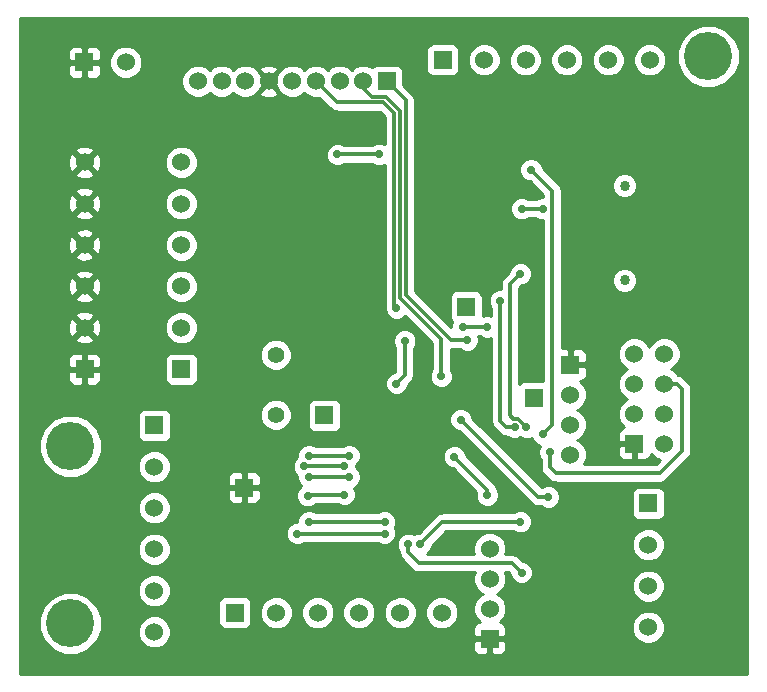
<source format=gbl>
G04 (created by PCBNEW (2013-may-18)-stable) date Вт 17 фев 2015 22:42:46*
%MOIN*%
G04 Gerber Fmt 3.4, Leading zero omitted, Abs format*
%FSLAX34Y34*%
G01*
G70*
G90*
G04 APERTURE LIST*
%ADD10C,0.00590551*%
%ADD11R,0.06X0.06*%
%ADD12C,0.06*%
%ADD13C,0.034*%
%ADD14C,0.056*%
%ADD15C,0.16*%
%ADD16C,0.0275591*%
%ADD17C,0.011811*%
%ADD18C,0.023622*%
%ADD19C,0.01*%
G04 APERTURE END LIST*
G54D10*
G54D11*
X32440Y-34043D03*
G54D12*
X32440Y-32665D03*
X32440Y-31287D03*
X32440Y-29909D03*
X32440Y-28531D03*
X32440Y-27153D03*
G54D11*
X29212Y-34043D03*
G54D12*
X29212Y-32665D03*
X29212Y-31287D03*
X29212Y-29909D03*
X29212Y-28531D03*
X29212Y-27153D03*
G54D11*
X41153Y-23740D03*
G54D12*
X42531Y-23740D03*
X43909Y-23740D03*
X45287Y-23740D03*
X46665Y-23740D03*
X48043Y-23740D03*
G54D11*
X34224Y-42165D03*
G54D12*
X35602Y-42165D03*
X36980Y-42165D03*
X38358Y-42165D03*
X39736Y-42165D03*
X41113Y-42165D03*
G54D11*
X31535Y-35917D03*
G54D12*
X31535Y-37295D03*
X31535Y-38673D03*
X31535Y-40050D03*
X31535Y-41428D03*
X31535Y-42806D03*
G54D11*
X29203Y-23818D03*
G54D12*
X30581Y-23818D03*
G54D11*
X47531Y-36539D03*
G54D12*
X48531Y-36539D03*
X47531Y-35539D03*
X48531Y-35539D03*
X47531Y-34539D03*
X48531Y-34539D03*
X47531Y-33539D03*
X48531Y-33539D03*
G54D11*
X42716Y-43035D03*
G54D12*
X42716Y-42035D03*
X42716Y-41035D03*
X42716Y-40035D03*
G54D11*
X45400Y-33900D03*
G54D12*
X45400Y-34900D03*
X45400Y-35900D03*
X45400Y-36900D03*
G54D11*
X44200Y-35000D03*
X41929Y-31968D03*
X37204Y-35590D03*
X34527Y-37992D03*
G54D13*
X47210Y-31083D03*
X47210Y-27933D03*
G54D14*
X35590Y-35566D03*
X35590Y-33566D03*
G54D11*
X48000Y-38522D03*
G54D12*
X48000Y-39900D03*
X48000Y-41277D03*
X48000Y-42655D03*
G54D11*
X39291Y-24448D03*
G54D12*
X38503Y-24448D03*
X37716Y-24448D03*
X36929Y-24448D03*
X36141Y-24448D03*
X35354Y-24448D03*
X34566Y-24448D03*
X33779Y-24448D03*
X32992Y-24448D03*
G54D15*
X50000Y-23622D03*
X28740Y-42519D03*
X28740Y-36614D03*
G54D16*
X39606Y-34527D03*
X39881Y-33110D03*
X39015Y-26889D03*
X37637Y-26889D03*
X42637Y-38244D03*
X41535Y-36968D03*
X36692Y-29212D03*
X35984Y-29212D03*
X35984Y-29685D03*
X36653Y-33188D03*
X36338Y-42795D03*
X34921Y-42795D03*
X33697Y-42792D03*
X45826Y-43228D03*
X45826Y-41653D03*
X45826Y-40039D03*
X35590Y-34606D03*
X39448Y-37401D03*
X39291Y-36181D03*
X43779Y-27874D03*
X41968Y-30826D03*
X39606Y-32007D03*
X44675Y-38307D03*
X41751Y-35728D03*
X41968Y-33070D03*
X41102Y-34291D03*
X42637Y-32637D03*
X41811Y-32637D03*
X44488Y-28700D03*
X43779Y-28700D03*
X40393Y-39881D03*
X43740Y-39133D03*
X36692Y-36929D03*
X38031Y-36929D03*
X36535Y-37283D03*
X37874Y-37283D03*
X36692Y-37637D03*
X38031Y-37637D03*
X36653Y-38267D03*
X37874Y-38228D03*
X36692Y-39133D03*
X39212Y-39133D03*
X39212Y-39527D03*
X36299Y-39527D03*
X43779Y-40826D03*
X40000Y-39881D03*
X44094Y-27401D03*
X44488Y-36220D03*
X43543Y-35984D03*
X43070Y-31771D03*
X44724Y-36811D03*
X43740Y-30866D03*
X43937Y-35984D03*
G54D17*
X39881Y-34251D02*
X39881Y-33110D01*
X39881Y-34251D02*
X39606Y-34527D01*
X39015Y-26889D02*
X37637Y-26889D01*
X42637Y-38070D02*
X41535Y-36968D01*
X42637Y-38070D02*
X42637Y-38244D01*
G54D18*
X33697Y-42792D02*
X33700Y-42795D01*
G54D17*
X37629Y-25149D02*
X36929Y-24448D01*
X39173Y-25149D02*
X37629Y-25149D01*
X39527Y-25503D02*
X39173Y-25149D01*
X39527Y-31929D02*
X39527Y-25503D01*
X39606Y-32007D02*
X39527Y-31929D01*
X44330Y-38307D02*
X44675Y-38307D01*
X41751Y-35728D02*
X44330Y-38307D01*
X39921Y-25078D02*
X39291Y-24448D01*
X41968Y-33070D02*
X41417Y-33070D01*
X41417Y-33070D02*
X39921Y-31574D01*
X39921Y-31574D02*
X39921Y-25078D01*
X38503Y-24685D02*
X38503Y-24448D01*
X38779Y-24960D02*
X38503Y-24685D01*
X39251Y-24960D02*
X38779Y-24960D01*
X39732Y-25440D02*
X39251Y-24960D01*
X39732Y-31661D02*
X39732Y-25440D01*
X41102Y-33031D02*
X39732Y-31661D01*
X41102Y-34291D02*
X41102Y-33031D01*
X41811Y-32637D02*
X42637Y-32637D01*
X44488Y-28700D02*
X43779Y-28700D01*
X41141Y-39133D02*
X43740Y-39133D01*
X40393Y-39881D02*
X41141Y-39133D01*
X43700Y-39094D02*
X43740Y-39133D01*
X36692Y-36929D02*
X38031Y-36929D01*
X36535Y-37283D02*
X37874Y-37283D01*
X36692Y-37637D02*
X38031Y-37637D01*
X36692Y-38228D02*
X36653Y-38267D01*
X37874Y-38228D02*
X36692Y-38228D01*
X36692Y-39133D02*
X39212Y-39133D01*
X39212Y-39527D02*
X36299Y-39527D01*
X43464Y-40511D02*
X43779Y-40826D01*
X40354Y-40511D02*
X43464Y-40511D01*
X40000Y-40157D02*
X40354Y-40511D01*
X40000Y-39881D02*
X40000Y-40157D01*
X44803Y-28110D02*
X44094Y-27401D01*
X44803Y-35905D02*
X44803Y-28110D01*
X44488Y-36220D02*
X44803Y-35905D01*
X43543Y-35984D02*
X43267Y-35984D01*
X43070Y-35787D02*
X43070Y-31771D01*
X43267Y-35984D02*
X43070Y-35787D01*
X48948Y-34539D02*
X48531Y-34539D01*
X49133Y-34724D02*
X48948Y-34539D01*
X49133Y-36771D02*
X49133Y-34724D01*
X48385Y-37519D02*
X49133Y-36771D01*
X44921Y-37519D02*
X48385Y-37519D01*
X44724Y-37322D02*
X44921Y-37519D01*
X44724Y-36811D02*
X44724Y-37322D01*
X43385Y-31220D02*
X43740Y-30866D01*
X43385Y-35590D02*
X43385Y-31220D01*
X43503Y-35708D02*
X43385Y-35590D01*
X43661Y-35708D02*
X43503Y-35708D01*
X43937Y-35984D02*
X43661Y-35708D01*
G54D10*
G36*
X51295Y-44208D02*
X51050Y-44208D01*
X51050Y-23414D01*
X50890Y-23028D01*
X50595Y-22732D01*
X50209Y-22572D01*
X49792Y-22571D01*
X49406Y-22731D01*
X49110Y-23026D01*
X48950Y-23412D01*
X48949Y-23829D01*
X49109Y-24216D01*
X49404Y-24511D01*
X49790Y-24671D01*
X50207Y-24672D01*
X50594Y-24512D01*
X50889Y-24217D01*
X51049Y-23831D01*
X51050Y-23414D01*
X51050Y-44208D01*
X49442Y-44208D01*
X49442Y-36771D01*
X49442Y-36771D01*
X49442Y-36771D01*
X49442Y-34724D01*
X49419Y-34606D01*
X49419Y-34606D01*
X49352Y-34505D01*
X49167Y-34320D01*
X49067Y-34253D01*
X49003Y-34241D01*
X48998Y-34228D01*
X48843Y-34073D01*
X48761Y-34039D01*
X48842Y-34005D01*
X48997Y-33851D01*
X49081Y-33649D01*
X49081Y-33430D01*
X48998Y-33228D01*
X48843Y-33073D01*
X48641Y-32989D01*
X48593Y-32989D01*
X48593Y-23631D01*
X48509Y-23429D01*
X48355Y-23274D01*
X48152Y-23190D01*
X47934Y-23190D01*
X47731Y-23273D01*
X47577Y-23428D01*
X47493Y-23630D01*
X47493Y-23849D01*
X47576Y-24051D01*
X47731Y-24206D01*
X47933Y-24290D01*
X48152Y-24290D01*
X48354Y-24206D01*
X48509Y-24052D01*
X48593Y-23850D01*
X48593Y-23631D01*
X48593Y-32989D01*
X48422Y-32989D01*
X48220Y-33072D01*
X48065Y-33227D01*
X48031Y-33309D01*
X47998Y-33228D01*
X47843Y-33073D01*
X47641Y-32989D01*
X47630Y-32989D01*
X47630Y-31000D01*
X47630Y-27850D01*
X47567Y-27696D01*
X47449Y-27578D01*
X47294Y-27513D01*
X47215Y-27513D01*
X47215Y-23631D01*
X47131Y-23429D01*
X46977Y-23274D01*
X46775Y-23190D01*
X46556Y-23190D01*
X46354Y-23273D01*
X46199Y-23428D01*
X46115Y-23630D01*
X46115Y-23849D01*
X46198Y-24051D01*
X46353Y-24206D01*
X46555Y-24290D01*
X46774Y-24290D01*
X46976Y-24206D01*
X47131Y-24052D01*
X47215Y-23850D01*
X47215Y-23631D01*
X47215Y-27513D01*
X47127Y-27513D01*
X46973Y-27577D01*
X46855Y-27695D01*
X46790Y-27849D01*
X46790Y-28017D01*
X46854Y-28171D01*
X46972Y-28289D01*
X47126Y-28353D01*
X47294Y-28353D01*
X47448Y-28290D01*
X47566Y-28172D01*
X47630Y-28017D01*
X47630Y-27850D01*
X47630Y-31000D01*
X47567Y-30846D01*
X47449Y-30728D01*
X47294Y-30663D01*
X47127Y-30663D01*
X46973Y-30727D01*
X46855Y-30845D01*
X46790Y-30999D01*
X46790Y-31167D01*
X46854Y-31321D01*
X46972Y-31439D01*
X47126Y-31503D01*
X47294Y-31503D01*
X47448Y-31440D01*
X47566Y-31322D01*
X47630Y-31167D01*
X47630Y-31000D01*
X47630Y-32989D01*
X47422Y-32989D01*
X47220Y-33072D01*
X47065Y-33227D01*
X46981Y-33429D01*
X46981Y-33648D01*
X47064Y-33850D01*
X47219Y-34005D01*
X47301Y-34039D01*
X47220Y-34072D01*
X47065Y-34227D01*
X46981Y-34429D01*
X46981Y-34648D01*
X47064Y-34850D01*
X47219Y-35005D01*
X47301Y-35039D01*
X47220Y-35072D01*
X47065Y-35227D01*
X46981Y-35429D01*
X46981Y-35648D01*
X47064Y-35850D01*
X47203Y-35989D01*
X47181Y-35989D01*
X47089Y-36027D01*
X47019Y-36097D01*
X46981Y-36189D01*
X46981Y-36426D01*
X47043Y-36489D01*
X47481Y-36489D01*
X47481Y-36481D01*
X47581Y-36481D01*
X47581Y-36489D01*
X47589Y-36489D01*
X47589Y-36589D01*
X47581Y-36589D01*
X47581Y-37026D01*
X47643Y-37089D01*
X47781Y-37089D01*
X47881Y-37089D01*
X47973Y-37051D01*
X48043Y-36980D01*
X48081Y-36888D01*
X48081Y-36867D01*
X48219Y-37005D01*
X48391Y-37076D01*
X48257Y-37210D01*
X47481Y-37210D01*
X47481Y-37026D01*
X47481Y-36589D01*
X47043Y-36589D01*
X46981Y-36651D01*
X46981Y-36888D01*
X47019Y-36980D01*
X47089Y-37051D01*
X47181Y-37089D01*
X47281Y-37089D01*
X47418Y-37089D01*
X47481Y-37026D01*
X47481Y-37210D01*
X45866Y-37210D01*
X45949Y-37009D01*
X45950Y-36791D01*
X45866Y-36588D01*
X45711Y-36434D01*
X45630Y-36400D01*
X45711Y-36366D01*
X45865Y-36211D01*
X45949Y-36009D01*
X45950Y-35791D01*
X45866Y-35588D01*
X45711Y-35434D01*
X45630Y-35400D01*
X45711Y-35366D01*
X45865Y-35211D01*
X45949Y-35009D01*
X45950Y-34791D01*
X45866Y-34588D01*
X45727Y-34449D01*
X45749Y-34449D01*
X45841Y-34411D01*
X45912Y-34341D01*
X45950Y-34249D01*
X45950Y-33550D01*
X45912Y-33458D01*
X45841Y-33388D01*
X45837Y-33386D01*
X45837Y-23631D01*
X45753Y-23429D01*
X45599Y-23274D01*
X45397Y-23190D01*
X45178Y-23190D01*
X44976Y-23273D01*
X44821Y-23428D01*
X44737Y-23630D01*
X44737Y-23849D01*
X44820Y-24051D01*
X44975Y-24206D01*
X45177Y-24290D01*
X45396Y-24290D01*
X45598Y-24206D01*
X45753Y-24052D01*
X45837Y-23850D01*
X45837Y-23631D01*
X45837Y-33386D01*
X45749Y-33350D01*
X45650Y-33349D01*
X45512Y-33350D01*
X45450Y-33412D01*
X45450Y-33850D01*
X45887Y-33850D01*
X45950Y-33787D01*
X45950Y-33550D01*
X45950Y-34249D01*
X45950Y-34012D01*
X45887Y-33950D01*
X45450Y-33950D01*
X45450Y-33957D01*
X45350Y-33957D01*
X45350Y-33950D01*
X45342Y-33950D01*
X45342Y-33850D01*
X45350Y-33850D01*
X45350Y-33412D01*
X45287Y-33350D01*
X45149Y-33349D01*
X45112Y-33349D01*
X45112Y-28110D01*
X45088Y-27991D01*
X45088Y-27991D01*
X45021Y-27891D01*
X44482Y-27352D01*
X44482Y-27324D01*
X44459Y-27269D01*
X44459Y-23631D01*
X44375Y-23429D01*
X44221Y-23274D01*
X44019Y-23190D01*
X43800Y-23190D01*
X43598Y-23273D01*
X43443Y-23428D01*
X43359Y-23630D01*
X43359Y-23849D01*
X43442Y-24051D01*
X43597Y-24206D01*
X43799Y-24290D01*
X44018Y-24290D01*
X44220Y-24206D01*
X44375Y-24052D01*
X44459Y-23850D01*
X44459Y-23631D01*
X44459Y-27269D01*
X44423Y-27182D01*
X44314Y-27073D01*
X44171Y-27013D01*
X44017Y-27013D01*
X43875Y-27072D01*
X43765Y-27181D01*
X43706Y-27324D01*
X43706Y-27478D01*
X43765Y-27620D01*
X43874Y-27730D01*
X44017Y-27789D01*
X44045Y-27789D01*
X44494Y-28238D01*
X44494Y-28312D01*
X44411Y-28312D01*
X44268Y-28371D01*
X44248Y-28391D01*
X44018Y-28391D01*
X43999Y-28372D01*
X43857Y-28313D01*
X43702Y-28312D01*
X43560Y-28371D01*
X43450Y-28480D01*
X43391Y-28623D01*
X43391Y-28777D01*
X43450Y-28920D01*
X43559Y-29029D01*
X43702Y-29088D01*
X43856Y-29088D01*
X43998Y-29029D01*
X44018Y-29009D01*
X44248Y-29009D01*
X44268Y-29029D01*
X44410Y-29088D01*
X44494Y-29088D01*
X44494Y-34449D01*
X44450Y-34449D01*
X43850Y-34449D01*
X43758Y-34487D01*
X43694Y-34551D01*
X43694Y-31348D01*
X43789Y-31253D01*
X43816Y-31254D01*
X43959Y-31195D01*
X44068Y-31086D01*
X44127Y-30943D01*
X44128Y-30789D01*
X44069Y-30646D01*
X43960Y-30537D01*
X43817Y-30478D01*
X43663Y-30478D01*
X43520Y-30537D01*
X43411Y-30646D01*
X43352Y-30788D01*
X43352Y-30816D01*
X43167Y-31001D01*
X43100Y-31102D01*
X43081Y-31197D01*
X43081Y-23631D01*
X42997Y-23429D01*
X42843Y-23274D01*
X42641Y-23190D01*
X42422Y-23190D01*
X42220Y-23273D01*
X42065Y-23428D01*
X41981Y-23630D01*
X41981Y-23849D01*
X42064Y-24051D01*
X42219Y-24206D01*
X42421Y-24290D01*
X42640Y-24290D01*
X42842Y-24206D01*
X42997Y-24052D01*
X43081Y-23850D01*
X43081Y-23631D01*
X43081Y-31197D01*
X43076Y-31220D01*
X43076Y-31383D01*
X42994Y-31383D01*
X42851Y-31442D01*
X42742Y-31551D01*
X42683Y-31694D01*
X42683Y-31848D01*
X42741Y-31991D01*
X42761Y-32010D01*
X42761Y-32269D01*
X42715Y-32250D01*
X42560Y-32249D01*
X42479Y-32283D01*
X42479Y-32218D01*
X42479Y-31618D01*
X42441Y-31527D01*
X42370Y-31456D01*
X42279Y-31418D01*
X42179Y-31418D01*
X41703Y-31418D01*
X41703Y-23990D01*
X41703Y-23390D01*
X41665Y-23298D01*
X41595Y-23228D01*
X41503Y-23190D01*
X41403Y-23190D01*
X40803Y-23190D01*
X40711Y-23228D01*
X40641Y-23298D01*
X40603Y-23390D01*
X40603Y-23489D01*
X40603Y-24089D01*
X40641Y-24181D01*
X40711Y-24251D01*
X40803Y-24290D01*
X40902Y-24290D01*
X41502Y-24290D01*
X41594Y-24252D01*
X41665Y-24181D01*
X41703Y-24090D01*
X41703Y-23990D01*
X41703Y-31418D01*
X41579Y-31418D01*
X41487Y-31456D01*
X41417Y-31526D01*
X41379Y-31618D01*
X41379Y-31718D01*
X41379Y-32318D01*
X41417Y-32409D01*
X41465Y-32458D01*
X41423Y-32560D01*
X41423Y-32639D01*
X40230Y-31446D01*
X40230Y-25078D01*
X40206Y-24960D01*
X40206Y-24960D01*
X40139Y-24860D01*
X40139Y-24860D01*
X39841Y-24561D01*
X39841Y-24099D01*
X39803Y-24007D01*
X39733Y-23937D01*
X39641Y-23898D01*
X39541Y-23898D01*
X38941Y-23898D01*
X38849Y-23936D01*
X38807Y-23979D01*
X38613Y-23898D01*
X38395Y-23898D01*
X38192Y-23982D01*
X38110Y-24064D01*
X38028Y-23982D01*
X37826Y-23898D01*
X37607Y-23898D01*
X37405Y-23982D01*
X37322Y-24064D01*
X37241Y-23982D01*
X37039Y-23898D01*
X36820Y-23898D01*
X36617Y-23982D01*
X36535Y-24064D01*
X36453Y-23982D01*
X36251Y-23898D01*
X36032Y-23898D01*
X35830Y-23982D01*
X35675Y-24136D01*
X35669Y-24151D01*
X35669Y-24062D01*
X35642Y-23967D01*
X35436Y-23894D01*
X35217Y-23904D01*
X35066Y-23967D01*
X35039Y-24062D01*
X35354Y-24378D01*
X35669Y-24062D01*
X35669Y-24151D01*
X35632Y-24241D01*
X35425Y-24448D01*
X35632Y-24656D01*
X35675Y-24759D01*
X35829Y-24914D01*
X36031Y-24998D01*
X36250Y-24998D01*
X36452Y-24915D01*
X36535Y-24832D01*
X36617Y-24914D01*
X36819Y-24998D01*
X37038Y-24998D01*
X37040Y-24997D01*
X37411Y-25368D01*
X37411Y-25368D01*
X37511Y-25435D01*
X37511Y-25435D01*
X37606Y-25453D01*
X37629Y-25458D01*
X37629Y-25458D01*
X37629Y-25458D01*
X39045Y-25458D01*
X39218Y-25631D01*
X39218Y-26554D01*
X39093Y-26502D01*
X38938Y-26501D01*
X38796Y-26560D01*
X38776Y-26580D01*
X37877Y-26580D01*
X37857Y-26561D01*
X37715Y-26502D01*
X37560Y-26501D01*
X37418Y-26560D01*
X37309Y-26669D01*
X37250Y-26812D01*
X37249Y-26966D01*
X37308Y-27109D01*
X37417Y-27218D01*
X37560Y-27277D01*
X37714Y-27277D01*
X37857Y-27218D01*
X37877Y-27198D01*
X38776Y-27198D01*
X38795Y-27218D01*
X38938Y-27277D01*
X39092Y-27277D01*
X39218Y-27225D01*
X39218Y-31929D01*
X39218Y-31930D01*
X39218Y-31930D01*
X39218Y-32084D01*
X39277Y-32227D01*
X39386Y-32336D01*
X39528Y-32395D01*
X39683Y-32395D01*
X39825Y-32336D01*
X39898Y-32264D01*
X40793Y-33159D01*
X40793Y-34051D01*
X40773Y-34071D01*
X40714Y-34213D01*
X40714Y-34368D01*
X40773Y-34510D01*
X40882Y-34619D01*
X41024Y-34679D01*
X41179Y-34679D01*
X41321Y-34620D01*
X41430Y-34511D01*
X41490Y-34368D01*
X41490Y-34214D01*
X41431Y-34071D01*
X41411Y-34052D01*
X41411Y-33378D01*
X41417Y-33379D01*
X41729Y-33379D01*
X41748Y-33399D01*
X41891Y-33458D01*
X42045Y-33458D01*
X42187Y-33399D01*
X42297Y-33290D01*
X42356Y-33148D01*
X42356Y-32994D01*
X42336Y-32946D01*
X42398Y-32946D01*
X42417Y-32966D01*
X42560Y-33025D01*
X42714Y-33025D01*
X42761Y-33006D01*
X42761Y-35787D01*
X42785Y-35905D01*
X42852Y-36005D01*
X43049Y-36202D01*
X43049Y-36202D01*
X43149Y-36269D01*
X43149Y-36269D01*
X43244Y-36288D01*
X43267Y-36293D01*
X43267Y-36293D01*
X43267Y-36293D01*
X43303Y-36293D01*
X43323Y-36312D01*
X43465Y-36371D01*
X43620Y-36372D01*
X43740Y-36322D01*
X43859Y-36371D01*
X44013Y-36372D01*
X44114Y-36330D01*
X44159Y-36439D01*
X44268Y-36549D01*
X44391Y-36600D01*
X44336Y-36733D01*
X44336Y-36887D01*
X44395Y-37030D01*
X44415Y-37050D01*
X44415Y-37322D01*
X44438Y-37441D01*
X44505Y-37541D01*
X44702Y-37738D01*
X44702Y-37738D01*
X44802Y-37805D01*
X44802Y-37805D01*
X44897Y-37824D01*
X44921Y-37828D01*
X44921Y-37828D01*
X44921Y-37828D01*
X48385Y-37828D01*
X48504Y-37805D01*
X48504Y-37805D01*
X48604Y-37738D01*
X49352Y-36990D01*
X49352Y-36990D01*
X49352Y-36990D01*
X49419Y-36889D01*
X49419Y-36889D01*
X49438Y-36795D01*
X49442Y-36771D01*
X49442Y-44208D01*
X48550Y-44208D01*
X48550Y-42546D01*
X48550Y-41169D01*
X48550Y-39791D01*
X48550Y-39790D01*
X48550Y-38772D01*
X48550Y-38172D01*
X48512Y-38080D01*
X48441Y-38010D01*
X48349Y-37972D01*
X48250Y-37972D01*
X47650Y-37972D01*
X47558Y-38009D01*
X47488Y-38080D01*
X47450Y-38172D01*
X47449Y-38271D01*
X47449Y-38871D01*
X47487Y-38963D01*
X47558Y-39033D01*
X47650Y-39072D01*
X47749Y-39072D01*
X48349Y-39072D01*
X48441Y-39034D01*
X48511Y-38963D01*
X48549Y-38871D01*
X48550Y-38772D01*
X48550Y-39790D01*
X48466Y-39588D01*
X48311Y-39434D01*
X48109Y-39350D01*
X47891Y-39349D01*
X47688Y-39433D01*
X47534Y-39588D01*
X47450Y-39790D01*
X47449Y-40008D01*
X47533Y-40211D01*
X47688Y-40365D01*
X47890Y-40449D01*
X48108Y-40450D01*
X48311Y-40366D01*
X48465Y-40211D01*
X48549Y-40009D01*
X48550Y-39791D01*
X48550Y-41169D01*
X48466Y-40966D01*
X48311Y-40811D01*
X48109Y-40728D01*
X47891Y-40727D01*
X47688Y-40811D01*
X47534Y-40965D01*
X47450Y-41168D01*
X47449Y-41386D01*
X47533Y-41589D01*
X47688Y-41743D01*
X47890Y-41827D01*
X48108Y-41828D01*
X48311Y-41744D01*
X48465Y-41589D01*
X48549Y-41387D01*
X48550Y-41169D01*
X48550Y-42546D01*
X48466Y-42344D01*
X48311Y-42189D01*
X48109Y-42106D01*
X47891Y-42105D01*
X47688Y-42189D01*
X47534Y-42343D01*
X47450Y-42546D01*
X47449Y-42764D01*
X47533Y-42967D01*
X47688Y-43121D01*
X47890Y-43205D01*
X48108Y-43206D01*
X48311Y-43122D01*
X48465Y-42967D01*
X48549Y-42765D01*
X48550Y-42546D01*
X48550Y-44208D01*
X45063Y-44208D01*
X45063Y-38230D01*
X45004Y-38087D01*
X44895Y-37978D01*
X44752Y-37919D01*
X44598Y-37919D01*
X44455Y-37978D01*
X44447Y-37986D01*
X42139Y-35679D01*
X42139Y-35651D01*
X42080Y-35508D01*
X41971Y-35399D01*
X41829Y-35340D01*
X41675Y-35340D01*
X41532Y-35399D01*
X41423Y-35508D01*
X41364Y-35650D01*
X41364Y-35805D01*
X41423Y-35947D01*
X41532Y-36056D01*
X41674Y-36116D01*
X41702Y-36116D01*
X44112Y-38525D01*
X44112Y-38525D01*
X44212Y-38592D01*
X44212Y-38592D01*
X44307Y-38611D01*
X44330Y-38616D01*
X44330Y-38616D01*
X44330Y-38616D01*
X44435Y-38616D01*
X44455Y-38635D01*
X44597Y-38694D01*
X44751Y-38694D01*
X44894Y-38636D01*
X45003Y-38527D01*
X45062Y-38384D01*
X45063Y-38230D01*
X45063Y-44208D01*
X44167Y-44208D01*
X44167Y-40749D01*
X44108Y-40607D01*
X43999Y-40498D01*
X43857Y-40439D01*
X43828Y-40439D01*
X43683Y-40293D01*
X43582Y-40226D01*
X43464Y-40202D01*
X43242Y-40202D01*
X43266Y-40145D01*
X43266Y-39926D01*
X43183Y-39724D01*
X43028Y-39569D01*
X42826Y-39485D01*
X42607Y-39485D01*
X42405Y-39568D01*
X42250Y-39723D01*
X42166Y-39925D01*
X42166Y-40144D01*
X42190Y-40202D01*
X40621Y-40202D01*
X40722Y-40101D01*
X40781Y-39959D01*
X40781Y-39931D01*
X41269Y-39442D01*
X43500Y-39442D01*
X43520Y-39462D01*
X43662Y-39521D01*
X43816Y-39521D01*
X43959Y-39462D01*
X44068Y-39353D01*
X44127Y-39211D01*
X44128Y-39057D01*
X44069Y-38914D01*
X43960Y-38805D01*
X43817Y-38746D01*
X43663Y-38745D01*
X43520Y-38804D01*
X43500Y-38824D01*
X43025Y-38824D01*
X43025Y-38167D01*
X42966Y-38024D01*
X42930Y-37988D01*
X42930Y-37988D01*
X42923Y-37952D01*
X42923Y-37952D01*
X42856Y-37852D01*
X42856Y-37852D01*
X41923Y-36919D01*
X41923Y-36891D01*
X41864Y-36749D01*
X41755Y-36639D01*
X41612Y-36580D01*
X41458Y-36580D01*
X41316Y-36639D01*
X41206Y-36748D01*
X41147Y-36891D01*
X41147Y-37045D01*
X41206Y-37187D01*
X41315Y-37297D01*
X41457Y-37356D01*
X41486Y-37356D01*
X42263Y-38133D01*
X42250Y-38166D01*
X42249Y-38320D01*
X42308Y-38463D01*
X42417Y-38572D01*
X42560Y-38631D01*
X42714Y-38631D01*
X42857Y-38572D01*
X42966Y-38463D01*
X43025Y-38321D01*
X43025Y-38167D01*
X43025Y-38824D01*
X41141Y-38824D01*
X41141Y-38824D01*
X41118Y-38829D01*
X41023Y-38848D01*
X40923Y-38915D01*
X40923Y-38915D01*
X40344Y-39494D01*
X40316Y-39494D01*
X40269Y-39513D01*
X40269Y-33033D01*
X40210Y-32890D01*
X40101Y-32781D01*
X39959Y-32722D01*
X39805Y-32722D01*
X39662Y-32781D01*
X39553Y-32890D01*
X39494Y-33032D01*
X39494Y-33187D01*
X39552Y-33329D01*
X39572Y-33349D01*
X39572Y-34123D01*
X39557Y-34139D01*
X39529Y-34139D01*
X39386Y-34198D01*
X39277Y-34307D01*
X39218Y-34450D01*
X39218Y-34604D01*
X39277Y-34746D01*
X39386Y-34856D01*
X39528Y-34915D01*
X39683Y-34915D01*
X39825Y-34856D01*
X39934Y-34747D01*
X39994Y-34605D01*
X39994Y-34576D01*
X40100Y-34470D01*
X40100Y-34470D01*
X40100Y-34470D01*
X40167Y-34370D01*
X40167Y-34370D01*
X40190Y-34251D01*
X40190Y-33349D01*
X40210Y-33330D01*
X40269Y-33187D01*
X40269Y-33033D01*
X40269Y-39513D01*
X40196Y-39543D01*
X40077Y-39494D01*
X39923Y-39494D01*
X39780Y-39552D01*
X39671Y-39661D01*
X39612Y-39804D01*
X39612Y-39958D01*
X39671Y-40101D01*
X39690Y-40121D01*
X39690Y-40157D01*
X39714Y-40275D01*
X39781Y-40376D01*
X40135Y-40730D01*
X40236Y-40797D01*
X40236Y-40797D01*
X40354Y-40820D01*
X42210Y-40820D01*
X42166Y-40925D01*
X42166Y-41144D01*
X42249Y-41346D01*
X42404Y-41501D01*
X42486Y-41535D01*
X42405Y-41568D01*
X42250Y-41723D01*
X42166Y-41925D01*
X42166Y-42144D01*
X42249Y-42346D01*
X42388Y-42485D01*
X42366Y-42485D01*
X42274Y-42523D01*
X42204Y-42594D01*
X42166Y-42685D01*
X42166Y-42922D01*
X42229Y-42985D01*
X42666Y-42985D01*
X42666Y-42977D01*
X42766Y-42977D01*
X42766Y-42985D01*
X43204Y-42985D01*
X43266Y-42922D01*
X43266Y-42685D01*
X43228Y-42594D01*
X43158Y-42523D01*
X43066Y-42485D01*
X43044Y-42485D01*
X43182Y-42347D01*
X43266Y-42145D01*
X43266Y-41926D01*
X43183Y-41724D01*
X43028Y-41569D01*
X42946Y-41535D01*
X43027Y-41501D01*
X43182Y-41347D01*
X43266Y-41145D01*
X43266Y-40926D01*
X43222Y-40820D01*
X43336Y-40820D01*
X43391Y-40876D01*
X43391Y-40903D01*
X43450Y-41046D01*
X43559Y-41155D01*
X43702Y-41214D01*
X43856Y-41214D01*
X43998Y-41155D01*
X44108Y-41046D01*
X44167Y-40904D01*
X44167Y-40749D01*
X44167Y-44208D01*
X43266Y-44208D01*
X43266Y-43384D01*
X43266Y-43147D01*
X43204Y-43085D01*
X42766Y-43085D01*
X42766Y-43522D01*
X42829Y-43585D01*
X42967Y-43585D01*
X43066Y-43585D01*
X43158Y-43547D01*
X43228Y-43476D01*
X43266Y-43384D01*
X43266Y-44208D01*
X42666Y-44208D01*
X42666Y-43522D01*
X42666Y-43085D01*
X42229Y-43085D01*
X42166Y-43147D01*
X42166Y-43384D01*
X42204Y-43476D01*
X42274Y-43547D01*
X42366Y-43585D01*
X42466Y-43585D01*
X42604Y-43585D01*
X42666Y-43522D01*
X42666Y-44208D01*
X41664Y-44208D01*
X41664Y-42056D01*
X41580Y-41854D01*
X41425Y-41699D01*
X41223Y-41615D01*
X41005Y-41615D01*
X40802Y-41698D01*
X40647Y-41853D01*
X40564Y-42055D01*
X40563Y-42274D01*
X40647Y-42476D01*
X40802Y-42631D01*
X41004Y-42715D01*
X41222Y-42715D01*
X41425Y-42631D01*
X41579Y-42477D01*
X41663Y-42275D01*
X41664Y-42056D01*
X41664Y-44208D01*
X40286Y-44208D01*
X40286Y-42056D01*
X40202Y-41854D01*
X40047Y-41699D01*
X39845Y-41615D01*
X39627Y-41615D01*
X39600Y-41626D01*
X39600Y-39450D01*
X39550Y-39330D01*
X39600Y-39211D01*
X39600Y-39057D01*
X39541Y-38914D01*
X39432Y-38805D01*
X39290Y-38746D01*
X39135Y-38745D01*
X38993Y-38804D01*
X38973Y-38824D01*
X38419Y-38824D01*
X38419Y-37560D01*
X38360Y-37418D01*
X38261Y-37319D01*
X38261Y-37247D01*
X38360Y-37149D01*
X38419Y-37006D01*
X38419Y-36852D01*
X38360Y-36709D01*
X38251Y-36600D01*
X38108Y-36541D01*
X37954Y-36541D01*
X37812Y-36600D01*
X37792Y-36620D01*
X37754Y-36620D01*
X37754Y-35841D01*
X37754Y-35241D01*
X37716Y-35149D01*
X37646Y-35078D01*
X37554Y-35040D01*
X37455Y-35040D01*
X36855Y-35040D01*
X36763Y-35078D01*
X36692Y-35148D01*
X36654Y-35240D01*
X36654Y-35340D01*
X36654Y-35940D01*
X36692Y-36031D01*
X36762Y-36102D01*
X36854Y-36140D01*
X36954Y-36140D01*
X37554Y-36140D01*
X37646Y-36102D01*
X37716Y-36032D01*
X37754Y-35940D01*
X37754Y-35841D01*
X37754Y-36620D01*
X36932Y-36620D01*
X36912Y-36600D01*
X36770Y-36541D01*
X36616Y-36541D01*
X36473Y-36600D01*
X36364Y-36709D01*
X36305Y-36851D01*
X36305Y-36965D01*
X36206Y-37063D01*
X36147Y-37205D01*
X36147Y-37360D01*
X36206Y-37502D01*
X36305Y-37601D01*
X36305Y-37714D01*
X36363Y-37857D01*
X36442Y-37935D01*
X36434Y-37938D01*
X36324Y-38047D01*
X36265Y-38190D01*
X36265Y-38344D01*
X36324Y-38487D01*
X36433Y-38596D01*
X36576Y-38655D01*
X36730Y-38655D01*
X36872Y-38596D01*
X36932Y-38537D01*
X37634Y-38537D01*
X37654Y-38556D01*
X37796Y-38616D01*
X37950Y-38616D01*
X38093Y-38557D01*
X38202Y-38448D01*
X38261Y-38305D01*
X38261Y-38151D01*
X38202Y-38008D01*
X38187Y-37993D01*
X38250Y-37966D01*
X38360Y-37857D01*
X38419Y-37715D01*
X38419Y-37560D01*
X38419Y-38824D01*
X36932Y-38824D01*
X36912Y-38805D01*
X36770Y-38746D01*
X36616Y-38745D01*
X36473Y-38804D01*
X36364Y-38913D01*
X36305Y-39056D01*
X36305Y-39139D01*
X36222Y-39139D01*
X36120Y-39181D01*
X36120Y-35461D01*
X36120Y-33461D01*
X36040Y-33267D01*
X35891Y-33117D01*
X35696Y-33037D01*
X35669Y-33036D01*
X35669Y-24834D01*
X35354Y-24519D01*
X35283Y-24590D01*
X35283Y-24448D01*
X35076Y-24241D01*
X35033Y-24137D01*
X34878Y-23982D01*
X34676Y-23898D01*
X34458Y-23898D01*
X34255Y-23982D01*
X34173Y-24064D01*
X34091Y-23982D01*
X33889Y-23898D01*
X33670Y-23898D01*
X33468Y-23982D01*
X33385Y-24064D01*
X33304Y-23982D01*
X33102Y-23898D01*
X32883Y-23898D01*
X32680Y-23982D01*
X32526Y-24136D01*
X32442Y-24338D01*
X32442Y-24557D01*
X32525Y-24759D01*
X32680Y-24914D01*
X32882Y-24998D01*
X33101Y-24998D01*
X33303Y-24915D01*
X33385Y-24832D01*
X33467Y-24914D01*
X33669Y-24998D01*
X33888Y-24998D01*
X34090Y-24915D01*
X34173Y-24832D01*
X34254Y-24914D01*
X34457Y-24998D01*
X34675Y-24998D01*
X34878Y-24915D01*
X35032Y-24760D01*
X35076Y-24656D01*
X35283Y-24448D01*
X35283Y-24590D01*
X35039Y-24834D01*
X35066Y-24930D01*
X35272Y-25003D01*
X35491Y-24992D01*
X35642Y-24930D01*
X35669Y-24834D01*
X35669Y-33036D01*
X35485Y-33036D01*
X35290Y-33117D01*
X35141Y-33266D01*
X35060Y-33461D01*
X35060Y-33671D01*
X35140Y-33866D01*
X35289Y-34015D01*
X35484Y-34096D01*
X35695Y-34097D01*
X35890Y-34016D01*
X36039Y-33867D01*
X36120Y-33672D01*
X36120Y-33461D01*
X36120Y-35461D01*
X36040Y-35267D01*
X35891Y-35117D01*
X35696Y-35037D01*
X35485Y-35036D01*
X35290Y-35117D01*
X35141Y-35266D01*
X35060Y-35461D01*
X35060Y-35671D01*
X35140Y-35866D01*
X35289Y-36015D01*
X35484Y-36096D01*
X35695Y-36097D01*
X35890Y-36016D01*
X36039Y-35867D01*
X36120Y-35672D01*
X36120Y-35461D01*
X36120Y-39181D01*
X36079Y-39198D01*
X35970Y-39307D01*
X35911Y-39450D01*
X35911Y-39604D01*
X35970Y-39746D01*
X36079Y-39856D01*
X36221Y-39915D01*
X36376Y-39915D01*
X36518Y-39856D01*
X36538Y-39836D01*
X38973Y-39836D01*
X38992Y-39856D01*
X39135Y-39915D01*
X39289Y-39915D01*
X39431Y-39856D01*
X39541Y-39747D01*
X39600Y-39605D01*
X39600Y-39450D01*
X39600Y-41626D01*
X39424Y-41698D01*
X39270Y-41853D01*
X39186Y-42055D01*
X39185Y-42274D01*
X39269Y-42476D01*
X39424Y-42631D01*
X39626Y-42715D01*
X39844Y-42715D01*
X40047Y-42631D01*
X40202Y-42477D01*
X40285Y-42275D01*
X40286Y-42056D01*
X40286Y-44208D01*
X38908Y-44208D01*
X38908Y-42056D01*
X38824Y-41854D01*
X38670Y-41699D01*
X38467Y-41615D01*
X38249Y-41615D01*
X38046Y-41698D01*
X37892Y-41853D01*
X37808Y-42055D01*
X37807Y-42274D01*
X37891Y-42476D01*
X38046Y-42631D01*
X38248Y-42715D01*
X38466Y-42715D01*
X38669Y-42631D01*
X38824Y-42477D01*
X38907Y-42275D01*
X38908Y-42056D01*
X38908Y-44208D01*
X37530Y-44208D01*
X37530Y-42056D01*
X37446Y-41854D01*
X37292Y-41699D01*
X37089Y-41615D01*
X36871Y-41615D01*
X36668Y-41698D01*
X36514Y-41853D01*
X36430Y-42055D01*
X36430Y-42274D01*
X36513Y-42476D01*
X36668Y-42631D01*
X36870Y-42715D01*
X37089Y-42715D01*
X37291Y-42631D01*
X37446Y-42477D01*
X37530Y-42275D01*
X37530Y-42056D01*
X37530Y-44208D01*
X36152Y-44208D01*
X36152Y-42056D01*
X36068Y-41854D01*
X35914Y-41699D01*
X35712Y-41615D01*
X35493Y-41615D01*
X35291Y-41698D01*
X35136Y-41853D01*
X35077Y-41994D01*
X35077Y-38242D01*
X35077Y-37741D01*
X35077Y-37642D01*
X35039Y-37550D01*
X34968Y-37480D01*
X34877Y-37442D01*
X34640Y-37442D01*
X34577Y-37504D01*
X34577Y-37942D01*
X35015Y-37942D01*
X35077Y-37879D01*
X35077Y-37741D01*
X35077Y-38242D01*
X35077Y-38104D01*
X35015Y-38042D01*
X34577Y-38042D01*
X34577Y-38479D01*
X34640Y-38542D01*
X34877Y-38542D01*
X34968Y-38504D01*
X35039Y-38433D01*
X35077Y-38342D01*
X35077Y-38242D01*
X35077Y-41994D01*
X35052Y-42055D01*
X35052Y-42274D01*
X35135Y-42476D01*
X35290Y-42631D01*
X35492Y-42715D01*
X35711Y-42715D01*
X35913Y-42631D01*
X36068Y-42477D01*
X36152Y-42275D01*
X36152Y-42056D01*
X36152Y-44208D01*
X34774Y-44208D01*
X34774Y-42415D01*
X34774Y-41815D01*
X34736Y-41723D01*
X34666Y-41653D01*
X34574Y-41615D01*
X34477Y-41615D01*
X34477Y-38479D01*
X34477Y-38042D01*
X34477Y-37942D01*
X34477Y-37504D01*
X34415Y-37442D01*
X34178Y-37442D01*
X34086Y-37480D01*
X34015Y-37550D01*
X33977Y-37642D01*
X33977Y-37741D01*
X33977Y-37879D01*
X34040Y-37942D01*
X34477Y-37942D01*
X34477Y-38042D01*
X34040Y-38042D01*
X33977Y-38104D01*
X33977Y-38242D01*
X33977Y-38342D01*
X34015Y-38433D01*
X34086Y-38504D01*
X34178Y-38542D01*
X34415Y-38542D01*
X34477Y-38479D01*
X34477Y-41615D01*
X34474Y-41615D01*
X33874Y-41615D01*
X33782Y-41653D01*
X33712Y-41723D01*
X33674Y-41815D01*
X33674Y-41914D01*
X33674Y-42514D01*
X33712Y-42606D01*
X33782Y-42677D01*
X33874Y-42715D01*
X33973Y-42715D01*
X34573Y-42715D01*
X34665Y-42677D01*
X34736Y-42607D01*
X34774Y-42515D01*
X34774Y-42415D01*
X34774Y-44208D01*
X32991Y-44208D01*
X32991Y-32556D01*
X32991Y-31178D01*
X32991Y-29800D01*
X32991Y-28422D01*
X32991Y-27044D01*
X32907Y-26842D01*
X32752Y-26687D01*
X32550Y-26603D01*
X32332Y-26603D01*
X32129Y-26687D01*
X31974Y-26841D01*
X31891Y-27043D01*
X31890Y-27262D01*
X31974Y-27464D01*
X32128Y-27619D01*
X32331Y-27703D01*
X32549Y-27703D01*
X32752Y-27620D01*
X32906Y-27465D01*
X32990Y-27263D01*
X32991Y-27044D01*
X32991Y-28422D01*
X32907Y-28220D01*
X32752Y-28065D01*
X32550Y-27981D01*
X32332Y-27981D01*
X32129Y-28065D01*
X31974Y-28219D01*
X31891Y-28421D01*
X31890Y-28640D01*
X31974Y-28842D01*
X32128Y-28997D01*
X32331Y-29081D01*
X32549Y-29081D01*
X32752Y-28998D01*
X32906Y-28843D01*
X32990Y-28641D01*
X32991Y-28422D01*
X32991Y-29800D01*
X32907Y-29598D01*
X32752Y-29443D01*
X32550Y-29359D01*
X32332Y-29359D01*
X32129Y-29443D01*
X31974Y-29597D01*
X31891Y-29799D01*
X31890Y-30018D01*
X31974Y-30220D01*
X32128Y-30375D01*
X32331Y-30459D01*
X32549Y-30459D01*
X32752Y-30376D01*
X32906Y-30221D01*
X32990Y-30019D01*
X32991Y-29800D01*
X32991Y-31178D01*
X32907Y-30976D01*
X32752Y-30821D01*
X32550Y-30737D01*
X32332Y-30737D01*
X32129Y-30821D01*
X31974Y-30975D01*
X31891Y-31177D01*
X31890Y-31396D01*
X31974Y-31598D01*
X32128Y-31753D01*
X32331Y-31837D01*
X32549Y-31837D01*
X32752Y-31754D01*
X32906Y-31599D01*
X32990Y-31397D01*
X32991Y-31178D01*
X32991Y-32556D01*
X32907Y-32354D01*
X32752Y-32199D01*
X32550Y-32115D01*
X32332Y-32115D01*
X32129Y-32199D01*
X31974Y-32353D01*
X31891Y-32555D01*
X31890Y-32774D01*
X31974Y-32976D01*
X32128Y-33131D01*
X32331Y-33215D01*
X32549Y-33215D01*
X32752Y-33132D01*
X32906Y-32977D01*
X32990Y-32775D01*
X32991Y-32556D01*
X32991Y-44208D01*
X32990Y-44208D01*
X32990Y-34293D01*
X32990Y-33693D01*
X32953Y-33602D01*
X32882Y-33531D01*
X32790Y-33493D01*
X32691Y-33493D01*
X32091Y-33493D01*
X31999Y-33531D01*
X31929Y-33601D01*
X31890Y-33693D01*
X31890Y-33793D01*
X31890Y-34393D01*
X31928Y-34484D01*
X31999Y-34555D01*
X32090Y-34593D01*
X32190Y-34593D01*
X32790Y-34593D01*
X32882Y-34555D01*
X32952Y-34485D01*
X32990Y-34393D01*
X32990Y-34293D01*
X32990Y-44208D01*
X32085Y-44208D01*
X32085Y-42697D01*
X32085Y-41320D01*
X32085Y-39942D01*
X32085Y-38564D01*
X32085Y-37186D01*
X32085Y-37186D01*
X32085Y-36167D01*
X32085Y-35567D01*
X32047Y-35475D01*
X31977Y-35405D01*
X31885Y-35367D01*
X31785Y-35367D01*
X31185Y-35367D01*
X31131Y-35389D01*
X31131Y-23709D01*
X31048Y-23507D01*
X30893Y-23352D01*
X30691Y-23268D01*
X30472Y-23268D01*
X30270Y-23352D01*
X30115Y-23506D01*
X30031Y-23709D01*
X30031Y-23927D01*
X30115Y-24130D01*
X30269Y-24284D01*
X30472Y-24368D01*
X30690Y-24368D01*
X30893Y-24285D01*
X31047Y-24130D01*
X31131Y-23928D01*
X31131Y-23709D01*
X31131Y-35389D01*
X31094Y-35405D01*
X31023Y-35475D01*
X30985Y-35567D01*
X30985Y-35666D01*
X30985Y-36266D01*
X31023Y-36358D01*
X31093Y-36428D01*
X31185Y-36467D01*
X31284Y-36467D01*
X31884Y-36467D01*
X31976Y-36429D01*
X32047Y-36358D01*
X32085Y-36267D01*
X32085Y-36167D01*
X32085Y-37186D01*
X32001Y-36983D01*
X31847Y-36829D01*
X31645Y-36745D01*
X31426Y-36744D01*
X31224Y-36828D01*
X31069Y-36983D01*
X30985Y-37185D01*
X30985Y-37404D01*
X31068Y-37606D01*
X31223Y-37761D01*
X31425Y-37844D01*
X31644Y-37845D01*
X31846Y-37761D01*
X32001Y-37607D01*
X32085Y-37404D01*
X32085Y-37186D01*
X32085Y-38564D01*
X32001Y-38361D01*
X31847Y-38207D01*
X31645Y-38123D01*
X31426Y-38122D01*
X31224Y-38206D01*
X31069Y-38361D01*
X30985Y-38563D01*
X30985Y-38781D01*
X31068Y-38984D01*
X31223Y-39139D01*
X31425Y-39222D01*
X31644Y-39223D01*
X31846Y-39139D01*
X32001Y-38984D01*
X32085Y-38782D01*
X32085Y-38564D01*
X32085Y-39942D01*
X32001Y-39739D01*
X31847Y-39584D01*
X31645Y-39501D01*
X31426Y-39500D01*
X31224Y-39584D01*
X31069Y-39739D01*
X30985Y-39941D01*
X30985Y-40159D01*
X31068Y-40362D01*
X31223Y-40516D01*
X31425Y-40600D01*
X31644Y-40601D01*
X31846Y-40517D01*
X32001Y-40362D01*
X32085Y-40160D01*
X32085Y-39942D01*
X32085Y-41320D01*
X32001Y-41117D01*
X31847Y-40962D01*
X31645Y-40879D01*
X31426Y-40878D01*
X31224Y-40962D01*
X31069Y-41116D01*
X30985Y-41319D01*
X30985Y-41537D01*
X31068Y-41740D01*
X31223Y-41894D01*
X31425Y-41978D01*
X31644Y-41979D01*
X31846Y-41895D01*
X32001Y-41740D01*
X32085Y-41538D01*
X32085Y-41320D01*
X32085Y-42697D01*
X32001Y-42495D01*
X31847Y-42340D01*
X31645Y-42256D01*
X31426Y-42256D01*
X31224Y-42340D01*
X31069Y-42494D01*
X30985Y-42697D01*
X30985Y-42915D01*
X31068Y-43118D01*
X31223Y-43272D01*
X31425Y-43356D01*
X31644Y-43356D01*
X31846Y-43273D01*
X32001Y-43118D01*
X32085Y-42916D01*
X32085Y-42697D01*
X32085Y-44208D01*
X29790Y-44208D01*
X29790Y-42311D01*
X29790Y-36406D01*
X29767Y-36350D01*
X29767Y-32747D01*
X29767Y-31369D01*
X29767Y-29991D01*
X29767Y-28613D01*
X29767Y-27235D01*
X29756Y-27016D01*
X29753Y-27011D01*
X29753Y-24069D01*
X29753Y-23568D01*
X29753Y-23468D01*
X29715Y-23377D01*
X29645Y-23306D01*
X29553Y-23268D01*
X29316Y-23268D01*
X29253Y-23331D01*
X29253Y-23768D01*
X29691Y-23768D01*
X29753Y-23706D01*
X29753Y-23568D01*
X29753Y-24069D01*
X29753Y-23931D01*
X29691Y-23868D01*
X29253Y-23868D01*
X29253Y-24306D01*
X29316Y-24368D01*
X29553Y-24368D01*
X29645Y-24330D01*
X29715Y-24260D01*
X29753Y-24168D01*
X29753Y-24069D01*
X29753Y-27011D01*
X29693Y-26865D01*
X29598Y-26838D01*
X29527Y-26909D01*
X29527Y-26767D01*
X29500Y-26672D01*
X29294Y-26598D01*
X29153Y-26605D01*
X29153Y-24306D01*
X29153Y-23868D01*
X29153Y-23768D01*
X29153Y-23331D01*
X29091Y-23268D01*
X28854Y-23268D01*
X28762Y-23306D01*
X28692Y-23377D01*
X28653Y-23468D01*
X28653Y-23568D01*
X28653Y-23706D01*
X28716Y-23768D01*
X29153Y-23768D01*
X29153Y-23868D01*
X28716Y-23868D01*
X28653Y-23931D01*
X28653Y-24069D01*
X28653Y-24168D01*
X28692Y-24260D01*
X28762Y-24330D01*
X28854Y-24368D01*
X29091Y-24368D01*
X29153Y-24306D01*
X29153Y-26605D01*
X29075Y-26609D01*
X28924Y-26672D01*
X28897Y-26767D01*
X29212Y-27083D01*
X29527Y-26767D01*
X29527Y-26909D01*
X29283Y-27153D01*
X29598Y-27468D01*
X29693Y-27441D01*
X29767Y-27235D01*
X29767Y-28613D01*
X29756Y-28394D01*
X29693Y-28243D01*
X29598Y-28216D01*
X29527Y-28287D01*
X29527Y-28145D01*
X29527Y-27539D01*
X29212Y-27224D01*
X29141Y-27295D01*
X29141Y-27153D01*
X28826Y-26838D01*
X28731Y-26865D01*
X28657Y-27071D01*
X28668Y-27290D01*
X28731Y-27441D01*
X28826Y-27468D01*
X29141Y-27153D01*
X29141Y-27295D01*
X28897Y-27539D01*
X28924Y-27634D01*
X29130Y-27708D01*
X29349Y-27697D01*
X29500Y-27634D01*
X29527Y-27539D01*
X29527Y-28145D01*
X29500Y-28050D01*
X29294Y-27976D01*
X29075Y-27987D01*
X28924Y-28050D01*
X28897Y-28145D01*
X29212Y-28460D01*
X29527Y-28145D01*
X29527Y-28287D01*
X29283Y-28531D01*
X29598Y-28846D01*
X29693Y-28819D01*
X29767Y-28613D01*
X29767Y-29991D01*
X29756Y-29772D01*
X29693Y-29621D01*
X29598Y-29594D01*
X29527Y-29665D01*
X29527Y-29523D01*
X29527Y-28917D01*
X29212Y-28602D01*
X29141Y-28673D01*
X29141Y-28531D01*
X28826Y-28216D01*
X28731Y-28243D01*
X28657Y-28449D01*
X28668Y-28668D01*
X28731Y-28819D01*
X28826Y-28846D01*
X29141Y-28531D01*
X29141Y-28673D01*
X28897Y-28917D01*
X28924Y-29012D01*
X29130Y-29086D01*
X29349Y-29075D01*
X29500Y-29012D01*
X29527Y-28917D01*
X29527Y-29523D01*
X29500Y-29428D01*
X29294Y-29354D01*
X29075Y-29365D01*
X28924Y-29428D01*
X28897Y-29523D01*
X29212Y-29838D01*
X29527Y-29523D01*
X29527Y-29665D01*
X29283Y-29909D01*
X29598Y-30224D01*
X29693Y-30197D01*
X29767Y-29991D01*
X29767Y-31369D01*
X29756Y-31150D01*
X29693Y-30999D01*
X29598Y-30972D01*
X29527Y-31043D01*
X29527Y-30901D01*
X29527Y-30295D01*
X29212Y-29980D01*
X29141Y-30051D01*
X29141Y-29909D01*
X28826Y-29594D01*
X28731Y-29621D01*
X28657Y-29827D01*
X28668Y-30046D01*
X28731Y-30197D01*
X28826Y-30224D01*
X29141Y-29909D01*
X29141Y-30051D01*
X28897Y-30295D01*
X28924Y-30390D01*
X29130Y-30464D01*
X29349Y-30453D01*
X29500Y-30390D01*
X29527Y-30295D01*
X29527Y-30901D01*
X29500Y-30806D01*
X29294Y-30732D01*
X29075Y-30743D01*
X28924Y-30806D01*
X28897Y-30901D01*
X29212Y-31216D01*
X29527Y-30901D01*
X29527Y-31043D01*
X29283Y-31287D01*
X29598Y-31602D01*
X29693Y-31575D01*
X29767Y-31369D01*
X29767Y-32747D01*
X29756Y-32528D01*
X29693Y-32377D01*
X29598Y-32350D01*
X29527Y-32421D01*
X29527Y-32279D01*
X29527Y-31673D01*
X29212Y-31358D01*
X29141Y-31429D01*
X29141Y-31287D01*
X28826Y-30972D01*
X28731Y-30999D01*
X28657Y-31205D01*
X28668Y-31424D01*
X28731Y-31575D01*
X28826Y-31602D01*
X29141Y-31287D01*
X29141Y-31429D01*
X28897Y-31673D01*
X28924Y-31768D01*
X29130Y-31842D01*
X29349Y-31831D01*
X29500Y-31768D01*
X29527Y-31673D01*
X29527Y-32279D01*
X29500Y-32184D01*
X29294Y-32110D01*
X29075Y-32121D01*
X28924Y-32184D01*
X28897Y-32279D01*
X29212Y-32594D01*
X29527Y-32279D01*
X29527Y-32421D01*
X29283Y-32665D01*
X29598Y-32980D01*
X29693Y-32953D01*
X29767Y-32747D01*
X29767Y-36350D01*
X29762Y-36339D01*
X29762Y-34393D01*
X29762Y-33693D01*
X29724Y-33602D01*
X29654Y-33531D01*
X29562Y-33493D01*
X29527Y-33493D01*
X29527Y-33051D01*
X29212Y-32736D01*
X29141Y-32806D01*
X29141Y-32665D01*
X28826Y-32350D01*
X28731Y-32377D01*
X28657Y-32583D01*
X28668Y-32802D01*
X28731Y-32953D01*
X28826Y-32980D01*
X29141Y-32665D01*
X29141Y-32806D01*
X28897Y-33051D01*
X28924Y-33146D01*
X29130Y-33220D01*
X29349Y-33209D01*
X29500Y-33146D01*
X29527Y-33051D01*
X29527Y-33493D01*
X29463Y-33493D01*
X29325Y-33493D01*
X29262Y-33556D01*
X29262Y-33993D01*
X29700Y-33993D01*
X29762Y-33931D01*
X29762Y-33693D01*
X29762Y-34393D01*
X29762Y-34156D01*
X29700Y-34093D01*
X29262Y-34093D01*
X29262Y-34531D01*
X29325Y-34593D01*
X29463Y-34593D01*
X29562Y-34593D01*
X29654Y-34555D01*
X29724Y-34484D01*
X29762Y-34393D01*
X29762Y-36339D01*
X29630Y-36020D01*
X29335Y-35724D01*
X29162Y-35652D01*
X29162Y-34531D01*
X29162Y-34093D01*
X29162Y-33993D01*
X29162Y-33556D01*
X29100Y-33493D01*
X28962Y-33493D01*
X28862Y-33493D01*
X28770Y-33531D01*
X28700Y-33602D01*
X28662Y-33693D01*
X28662Y-33931D01*
X28725Y-33993D01*
X29162Y-33993D01*
X29162Y-34093D01*
X28725Y-34093D01*
X28662Y-34156D01*
X28662Y-34393D01*
X28700Y-34484D01*
X28770Y-34555D01*
X28862Y-34593D01*
X28962Y-34593D01*
X29100Y-34593D01*
X29162Y-34531D01*
X29162Y-35652D01*
X28949Y-35564D01*
X28532Y-35563D01*
X28146Y-35723D01*
X27850Y-36018D01*
X27690Y-36404D01*
X27689Y-36822D01*
X27849Y-37208D01*
X28144Y-37503D01*
X28530Y-37663D01*
X28948Y-37664D01*
X29334Y-37504D01*
X29629Y-37209D01*
X29789Y-36823D01*
X29790Y-36406D01*
X29790Y-42311D01*
X29630Y-41925D01*
X29335Y-41630D01*
X28949Y-41469D01*
X28532Y-41469D01*
X28146Y-41629D01*
X27850Y-41924D01*
X27690Y-42309D01*
X27689Y-42727D01*
X27849Y-43113D01*
X28144Y-43409D01*
X28530Y-43569D01*
X28948Y-43569D01*
X29334Y-43410D01*
X29629Y-43115D01*
X29789Y-42729D01*
X29790Y-42311D01*
X29790Y-44208D01*
X27051Y-44208D01*
X27051Y-22326D01*
X51295Y-22326D01*
X51295Y-44094D01*
X51295Y-44208D01*
X51295Y-44208D01*
G37*
G54D19*
X51295Y-44208D02*
X51050Y-44208D01*
X51050Y-23414D01*
X50890Y-23028D01*
X50595Y-22732D01*
X50209Y-22572D01*
X49792Y-22571D01*
X49406Y-22731D01*
X49110Y-23026D01*
X48950Y-23412D01*
X48949Y-23829D01*
X49109Y-24216D01*
X49404Y-24511D01*
X49790Y-24671D01*
X50207Y-24672D01*
X50594Y-24512D01*
X50889Y-24217D01*
X51049Y-23831D01*
X51050Y-23414D01*
X51050Y-44208D01*
X49442Y-44208D01*
X49442Y-36771D01*
X49442Y-36771D01*
X49442Y-36771D01*
X49442Y-34724D01*
X49419Y-34606D01*
X49419Y-34606D01*
X49352Y-34505D01*
X49167Y-34320D01*
X49067Y-34253D01*
X49003Y-34241D01*
X48998Y-34228D01*
X48843Y-34073D01*
X48761Y-34039D01*
X48842Y-34005D01*
X48997Y-33851D01*
X49081Y-33649D01*
X49081Y-33430D01*
X48998Y-33228D01*
X48843Y-33073D01*
X48641Y-32989D01*
X48593Y-32989D01*
X48593Y-23631D01*
X48509Y-23429D01*
X48355Y-23274D01*
X48152Y-23190D01*
X47934Y-23190D01*
X47731Y-23273D01*
X47577Y-23428D01*
X47493Y-23630D01*
X47493Y-23849D01*
X47576Y-24051D01*
X47731Y-24206D01*
X47933Y-24290D01*
X48152Y-24290D01*
X48354Y-24206D01*
X48509Y-24052D01*
X48593Y-23850D01*
X48593Y-23631D01*
X48593Y-32989D01*
X48422Y-32989D01*
X48220Y-33072D01*
X48065Y-33227D01*
X48031Y-33309D01*
X47998Y-33228D01*
X47843Y-33073D01*
X47641Y-32989D01*
X47630Y-32989D01*
X47630Y-31000D01*
X47630Y-27850D01*
X47567Y-27696D01*
X47449Y-27578D01*
X47294Y-27513D01*
X47215Y-27513D01*
X47215Y-23631D01*
X47131Y-23429D01*
X46977Y-23274D01*
X46775Y-23190D01*
X46556Y-23190D01*
X46354Y-23273D01*
X46199Y-23428D01*
X46115Y-23630D01*
X46115Y-23849D01*
X46198Y-24051D01*
X46353Y-24206D01*
X46555Y-24290D01*
X46774Y-24290D01*
X46976Y-24206D01*
X47131Y-24052D01*
X47215Y-23850D01*
X47215Y-23631D01*
X47215Y-27513D01*
X47127Y-27513D01*
X46973Y-27577D01*
X46855Y-27695D01*
X46790Y-27849D01*
X46790Y-28017D01*
X46854Y-28171D01*
X46972Y-28289D01*
X47126Y-28353D01*
X47294Y-28353D01*
X47448Y-28290D01*
X47566Y-28172D01*
X47630Y-28017D01*
X47630Y-27850D01*
X47630Y-31000D01*
X47567Y-30846D01*
X47449Y-30728D01*
X47294Y-30663D01*
X47127Y-30663D01*
X46973Y-30727D01*
X46855Y-30845D01*
X46790Y-30999D01*
X46790Y-31167D01*
X46854Y-31321D01*
X46972Y-31439D01*
X47126Y-31503D01*
X47294Y-31503D01*
X47448Y-31440D01*
X47566Y-31322D01*
X47630Y-31167D01*
X47630Y-31000D01*
X47630Y-32989D01*
X47422Y-32989D01*
X47220Y-33072D01*
X47065Y-33227D01*
X46981Y-33429D01*
X46981Y-33648D01*
X47064Y-33850D01*
X47219Y-34005D01*
X47301Y-34039D01*
X47220Y-34072D01*
X47065Y-34227D01*
X46981Y-34429D01*
X46981Y-34648D01*
X47064Y-34850D01*
X47219Y-35005D01*
X47301Y-35039D01*
X47220Y-35072D01*
X47065Y-35227D01*
X46981Y-35429D01*
X46981Y-35648D01*
X47064Y-35850D01*
X47203Y-35989D01*
X47181Y-35989D01*
X47089Y-36027D01*
X47019Y-36097D01*
X46981Y-36189D01*
X46981Y-36426D01*
X47043Y-36489D01*
X47481Y-36489D01*
X47481Y-36481D01*
X47581Y-36481D01*
X47581Y-36489D01*
X47589Y-36489D01*
X47589Y-36589D01*
X47581Y-36589D01*
X47581Y-37026D01*
X47643Y-37089D01*
X47781Y-37089D01*
X47881Y-37089D01*
X47973Y-37051D01*
X48043Y-36980D01*
X48081Y-36888D01*
X48081Y-36867D01*
X48219Y-37005D01*
X48391Y-37076D01*
X48257Y-37210D01*
X47481Y-37210D01*
X47481Y-37026D01*
X47481Y-36589D01*
X47043Y-36589D01*
X46981Y-36651D01*
X46981Y-36888D01*
X47019Y-36980D01*
X47089Y-37051D01*
X47181Y-37089D01*
X47281Y-37089D01*
X47418Y-37089D01*
X47481Y-37026D01*
X47481Y-37210D01*
X45866Y-37210D01*
X45949Y-37009D01*
X45950Y-36791D01*
X45866Y-36588D01*
X45711Y-36434D01*
X45630Y-36400D01*
X45711Y-36366D01*
X45865Y-36211D01*
X45949Y-36009D01*
X45950Y-35791D01*
X45866Y-35588D01*
X45711Y-35434D01*
X45630Y-35400D01*
X45711Y-35366D01*
X45865Y-35211D01*
X45949Y-35009D01*
X45950Y-34791D01*
X45866Y-34588D01*
X45727Y-34449D01*
X45749Y-34449D01*
X45841Y-34411D01*
X45912Y-34341D01*
X45950Y-34249D01*
X45950Y-33550D01*
X45912Y-33458D01*
X45841Y-33388D01*
X45837Y-33386D01*
X45837Y-23631D01*
X45753Y-23429D01*
X45599Y-23274D01*
X45397Y-23190D01*
X45178Y-23190D01*
X44976Y-23273D01*
X44821Y-23428D01*
X44737Y-23630D01*
X44737Y-23849D01*
X44820Y-24051D01*
X44975Y-24206D01*
X45177Y-24290D01*
X45396Y-24290D01*
X45598Y-24206D01*
X45753Y-24052D01*
X45837Y-23850D01*
X45837Y-23631D01*
X45837Y-33386D01*
X45749Y-33350D01*
X45650Y-33349D01*
X45512Y-33350D01*
X45450Y-33412D01*
X45450Y-33850D01*
X45887Y-33850D01*
X45950Y-33787D01*
X45950Y-33550D01*
X45950Y-34249D01*
X45950Y-34012D01*
X45887Y-33950D01*
X45450Y-33950D01*
X45450Y-33957D01*
X45350Y-33957D01*
X45350Y-33950D01*
X45342Y-33950D01*
X45342Y-33850D01*
X45350Y-33850D01*
X45350Y-33412D01*
X45287Y-33350D01*
X45149Y-33349D01*
X45112Y-33349D01*
X45112Y-28110D01*
X45088Y-27991D01*
X45088Y-27991D01*
X45021Y-27891D01*
X44482Y-27352D01*
X44482Y-27324D01*
X44459Y-27269D01*
X44459Y-23631D01*
X44375Y-23429D01*
X44221Y-23274D01*
X44019Y-23190D01*
X43800Y-23190D01*
X43598Y-23273D01*
X43443Y-23428D01*
X43359Y-23630D01*
X43359Y-23849D01*
X43442Y-24051D01*
X43597Y-24206D01*
X43799Y-24290D01*
X44018Y-24290D01*
X44220Y-24206D01*
X44375Y-24052D01*
X44459Y-23850D01*
X44459Y-23631D01*
X44459Y-27269D01*
X44423Y-27182D01*
X44314Y-27073D01*
X44171Y-27013D01*
X44017Y-27013D01*
X43875Y-27072D01*
X43765Y-27181D01*
X43706Y-27324D01*
X43706Y-27478D01*
X43765Y-27620D01*
X43874Y-27730D01*
X44017Y-27789D01*
X44045Y-27789D01*
X44494Y-28238D01*
X44494Y-28312D01*
X44411Y-28312D01*
X44268Y-28371D01*
X44248Y-28391D01*
X44018Y-28391D01*
X43999Y-28372D01*
X43857Y-28313D01*
X43702Y-28312D01*
X43560Y-28371D01*
X43450Y-28480D01*
X43391Y-28623D01*
X43391Y-28777D01*
X43450Y-28920D01*
X43559Y-29029D01*
X43702Y-29088D01*
X43856Y-29088D01*
X43998Y-29029D01*
X44018Y-29009D01*
X44248Y-29009D01*
X44268Y-29029D01*
X44410Y-29088D01*
X44494Y-29088D01*
X44494Y-34449D01*
X44450Y-34449D01*
X43850Y-34449D01*
X43758Y-34487D01*
X43694Y-34551D01*
X43694Y-31348D01*
X43789Y-31253D01*
X43816Y-31254D01*
X43959Y-31195D01*
X44068Y-31086D01*
X44127Y-30943D01*
X44128Y-30789D01*
X44069Y-30646D01*
X43960Y-30537D01*
X43817Y-30478D01*
X43663Y-30478D01*
X43520Y-30537D01*
X43411Y-30646D01*
X43352Y-30788D01*
X43352Y-30816D01*
X43167Y-31001D01*
X43100Y-31102D01*
X43081Y-31197D01*
X43081Y-23631D01*
X42997Y-23429D01*
X42843Y-23274D01*
X42641Y-23190D01*
X42422Y-23190D01*
X42220Y-23273D01*
X42065Y-23428D01*
X41981Y-23630D01*
X41981Y-23849D01*
X42064Y-24051D01*
X42219Y-24206D01*
X42421Y-24290D01*
X42640Y-24290D01*
X42842Y-24206D01*
X42997Y-24052D01*
X43081Y-23850D01*
X43081Y-23631D01*
X43081Y-31197D01*
X43076Y-31220D01*
X43076Y-31383D01*
X42994Y-31383D01*
X42851Y-31442D01*
X42742Y-31551D01*
X42683Y-31694D01*
X42683Y-31848D01*
X42741Y-31991D01*
X42761Y-32010D01*
X42761Y-32269D01*
X42715Y-32250D01*
X42560Y-32249D01*
X42479Y-32283D01*
X42479Y-32218D01*
X42479Y-31618D01*
X42441Y-31527D01*
X42370Y-31456D01*
X42279Y-31418D01*
X42179Y-31418D01*
X41703Y-31418D01*
X41703Y-23990D01*
X41703Y-23390D01*
X41665Y-23298D01*
X41595Y-23228D01*
X41503Y-23190D01*
X41403Y-23190D01*
X40803Y-23190D01*
X40711Y-23228D01*
X40641Y-23298D01*
X40603Y-23390D01*
X40603Y-23489D01*
X40603Y-24089D01*
X40641Y-24181D01*
X40711Y-24251D01*
X40803Y-24290D01*
X40902Y-24290D01*
X41502Y-24290D01*
X41594Y-24252D01*
X41665Y-24181D01*
X41703Y-24090D01*
X41703Y-23990D01*
X41703Y-31418D01*
X41579Y-31418D01*
X41487Y-31456D01*
X41417Y-31526D01*
X41379Y-31618D01*
X41379Y-31718D01*
X41379Y-32318D01*
X41417Y-32409D01*
X41465Y-32458D01*
X41423Y-32560D01*
X41423Y-32639D01*
X40230Y-31446D01*
X40230Y-25078D01*
X40206Y-24960D01*
X40206Y-24960D01*
X40139Y-24860D01*
X40139Y-24860D01*
X39841Y-24561D01*
X39841Y-24099D01*
X39803Y-24007D01*
X39733Y-23937D01*
X39641Y-23898D01*
X39541Y-23898D01*
X38941Y-23898D01*
X38849Y-23936D01*
X38807Y-23979D01*
X38613Y-23898D01*
X38395Y-23898D01*
X38192Y-23982D01*
X38110Y-24064D01*
X38028Y-23982D01*
X37826Y-23898D01*
X37607Y-23898D01*
X37405Y-23982D01*
X37322Y-24064D01*
X37241Y-23982D01*
X37039Y-23898D01*
X36820Y-23898D01*
X36617Y-23982D01*
X36535Y-24064D01*
X36453Y-23982D01*
X36251Y-23898D01*
X36032Y-23898D01*
X35830Y-23982D01*
X35675Y-24136D01*
X35669Y-24151D01*
X35669Y-24062D01*
X35642Y-23967D01*
X35436Y-23894D01*
X35217Y-23904D01*
X35066Y-23967D01*
X35039Y-24062D01*
X35354Y-24378D01*
X35669Y-24062D01*
X35669Y-24151D01*
X35632Y-24241D01*
X35425Y-24448D01*
X35632Y-24656D01*
X35675Y-24759D01*
X35829Y-24914D01*
X36031Y-24998D01*
X36250Y-24998D01*
X36452Y-24915D01*
X36535Y-24832D01*
X36617Y-24914D01*
X36819Y-24998D01*
X37038Y-24998D01*
X37040Y-24997D01*
X37411Y-25368D01*
X37411Y-25368D01*
X37511Y-25435D01*
X37511Y-25435D01*
X37606Y-25453D01*
X37629Y-25458D01*
X37629Y-25458D01*
X37629Y-25458D01*
X39045Y-25458D01*
X39218Y-25631D01*
X39218Y-26554D01*
X39093Y-26502D01*
X38938Y-26501D01*
X38796Y-26560D01*
X38776Y-26580D01*
X37877Y-26580D01*
X37857Y-26561D01*
X37715Y-26502D01*
X37560Y-26501D01*
X37418Y-26560D01*
X37309Y-26669D01*
X37250Y-26812D01*
X37249Y-26966D01*
X37308Y-27109D01*
X37417Y-27218D01*
X37560Y-27277D01*
X37714Y-27277D01*
X37857Y-27218D01*
X37877Y-27198D01*
X38776Y-27198D01*
X38795Y-27218D01*
X38938Y-27277D01*
X39092Y-27277D01*
X39218Y-27225D01*
X39218Y-31929D01*
X39218Y-31930D01*
X39218Y-31930D01*
X39218Y-32084D01*
X39277Y-32227D01*
X39386Y-32336D01*
X39528Y-32395D01*
X39683Y-32395D01*
X39825Y-32336D01*
X39898Y-32264D01*
X40793Y-33159D01*
X40793Y-34051D01*
X40773Y-34071D01*
X40714Y-34213D01*
X40714Y-34368D01*
X40773Y-34510D01*
X40882Y-34619D01*
X41024Y-34679D01*
X41179Y-34679D01*
X41321Y-34620D01*
X41430Y-34511D01*
X41490Y-34368D01*
X41490Y-34214D01*
X41431Y-34071D01*
X41411Y-34052D01*
X41411Y-33378D01*
X41417Y-33379D01*
X41729Y-33379D01*
X41748Y-33399D01*
X41891Y-33458D01*
X42045Y-33458D01*
X42187Y-33399D01*
X42297Y-33290D01*
X42356Y-33148D01*
X42356Y-32994D01*
X42336Y-32946D01*
X42398Y-32946D01*
X42417Y-32966D01*
X42560Y-33025D01*
X42714Y-33025D01*
X42761Y-33006D01*
X42761Y-35787D01*
X42785Y-35905D01*
X42852Y-36005D01*
X43049Y-36202D01*
X43049Y-36202D01*
X43149Y-36269D01*
X43149Y-36269D01*
X43244Y-36288D01*
X43267Y-36293D01*
X43267Y-36293D01*
X43267Y-36293D01*
X43303Y-36293D01*
X43323Y-36312D01*
X43465Y-36371D01*
X43620Y-36372D01*
X43740Y-36322D01*
X43859Y-36371D01*
X44013Y-36372D01*
X44114Y-36330D01*
X44159Y-36439D01*
X44268Y-36549D01*
X44391Y-36600D01*
X44336Y-36733D01*
X44336Y-36887D01*
X44395Y-37030D01*
X44415Y-37050D01*
X44415Y-37322D01*
X44438Y-37441D01*
X44505Y-37541D01*
X44702Y-37738D01*
X44702Y-37738D01*
X44802Y-37805D01*
X44802Y-37805D01*
X44897Y-37824D01*
X44921Y-37828D01*
X44921Y-37828D01*
X44921Y-37828D01*
X48385Y-37828D01*
X48504Y-37805D01*
X48504Y-37805D01*
X48604Y-37738D01*
X49352Y-36990D01*
X49352Y-36990D01*
X49352Y-36990D01*
X49419Y-36889D01*
X49419Y-36889D01*
X49438Y-36795D01*
X49442Y-36771D01*
X49442Y-44208D01*
X48550Y-44208D01*
X48550Y-42546D01*
X48550Y-41169D01*
X48550Y-39791D01*
X48550Y-39790D01*
X48550Y-38772D01*
X48550Y-38172D01*
X48512Y-38080D01*
X48441Y-38010D01*
X48349Y-37972D01*
X48250Y-37972D01*
X47650Y-37972D01*
X47558Y-38009D01*
X47488Y-38080D01*
X47450Y-38172D01*
X47449Y-38271D01*
X47449Y-38871D01*
X47487Y-38963D01*
X47558Y-39033D01*
X47650Y-39072D01*
X47749Y-39072D01*
X48349Y-39072D01*
X48441Y-39034D01*
X48511Y-38963D01*
X48549Y-38871D01*
X48550Y-38772D01*
X48550Y-39790D01*
X48466Y-39588D01*
X48311Y-39434D01*
X48109Y-39350D01*
X47891Y-39349D01*
X47688Y-39433D01*
X47534Y-39588D01*
X47450Y-39790D01*
X47449Y-40008D01*
X47533Y-40211D01*
X47688Y-40365D01*
X47890Y-40449D01*
X48108Y-40450D01*
X48311Y-40366D01*
X48465Y-40211D01*
X48549Y-40009D01*
X48550Y-39791D01*
X48550Y-41169D01*
X48466Y-40966D01*
X48311Y-40811D01*
X48109Y-40728D01*
X47891Y-40727D01*
X47688Y-40811D01*
X47534Y-40965D01*
X47450Y-41168D01*
X47449Y-41386D01*
X47533Y-41589D01*
X47688Y-41743D01*
X47890Y-41827D01*
X48108Y-41828D01*
X48311Y-41744D01*
X48465Y-41589D01*
X48549Y-41387D01*
X48550Y-41169D01*
X48550Y-42546D01*
X48466Y-42344D01*
X48311Y-42189D01*
X48109Y-42106D01*
X47891Y-42105D01*
X47688Y-42189D01*
X47534Y-42343D01*
X47450Y-42546D01*
X47449Y-42764D01*
X47533Y-42967D01*
X47688Y-43121D01*
X47890Y-43205D01*
X48108Y-43206D01*
X48311Y-43122D01*
X48465Y-42967D01*
X48549Y-42765D01*
X48550Y-42546D01*
X48550Y-44208D01*
X45063Y-44208D01*
X45063Y-38230D01*
X45004Y-38087D01*
X44895Y-37978D01*
X44752Y-37919D01*
X44598Y-37919D01*
X44455Y-37978D01*
X44447Y-37986D01*
X42139Y-35679D01*
X42139Y-35651D01*
X42080Y-35508D01*
X41971Y-35399D01*
X41829Y-35340D01*
X41675Y-35340D01*
X41532Y-35399D01*
X41423Y-35508D01*
X41364Y-35650D01*
X41364Y-35805D01*
X41423Y-35947D01*
X41532Y-36056D01*
X41674Y-36116D01*
X41702Y-36116D01*
X44112Y-38525D01*
X44112Y-38525D01*
X44212Y-38592D01*
X44212Y-38592D01*
X44307Y-38611D01*
X44330Y-38616D01*
X44330Y-38616D01*
X44330Y-38616D01*
X44435Y-38616D01*
X44455Y-38635D01*
X44597Y-38694D01*
X44751Y-38694D01*
X44894Y-38636D01*
X45003Y-38527D01*
X45062Y-38384D01*
X45063Y-38230D01*
X45063Y-44208D01*
X44167Y-44208D01*
X44167Y-40749D01*
X44108Y-40607D01*
X43999Y-40498D01*
X43857Y-40439D01*
X43828Y-40439D01*
X43683Y-40293D01*
X43582Y-40226D01*
X43464Y-40202D01*
X43242Y-40202D01*
X43266Y-40145D01*
X43266Y-39926D01*
X43183Y-39724D01*
X43028Y-39569D01*
X42826Y-39485D01*
X42607Y-39485D01*
X42405Y-39568D01*
X42250Y-39723D01*
X42166Y-39925D01*
X42166Y-40144D01*
X42190Y-40202D01*
X40621Y-40202D01*
X40722Y-40101D01*
X40781Y-39959D01*
X40781Y-39931D01*
X41269Y-39442D01*
X43500Y-39442D01*
X43520Y-39462D01*
X43662Y-39521D01*
X43816Y-39521D01*
X43959Y-39462D01*
X44068Y-39353D01*
X44127Y-39211D01*
X44128Y-39057D01*
X44069Y-38914D01*
X43960Y-38805D01*
X43817Y-38746D01*
X43663Y-38745D01*
X43520Y-38804D01*
X43500Y-38824D01*
X43025Y-38824D01*
X43025Y-38167D01*
X42966Y-38024D01*
X42930Y-37988D01*
X42930Y-37988D01*
X42923Y-37952D01*
X42923Y-37952D01*
X42856Y-37852D01*
X42856Y-37852D01*
X41923Y-36919D01*
X41923Y-36891D01*
X41864Y-36749D01*
X41755Y-36639D01*
X41612Y-36580D01*
X41458Y-36580D01*
X41316Y-36639D01*
X41206Y-36748D01*
X41147Y-36891D01*
X41147Y-37045D01*
X41206Y-37187D01*
X41315Y-37297D01*
X41457Y-37356D01*
X41486Y-37356D01*
X42263Y-38133D01*
X42250Y-38166D01*
X42249Y-38320D01*
X42308Y-38463D01*
X42417Y-38572D01*
X42560Y-38631D01*
X42714Y-38631D01*
X42857Y-38572D01*
X42966Y-38463D01*
X43025Y-38321D01*
X43025Y-38167D01*
X43025Y-38824D01*
X41141Y-38824D01*
X41141Y-38824D01*
X41118Y-38829D01*
X41023Y-38848D01*
X40923Y-38915D01*
X40923Y-38915D01*
X40344Y-39494D01*
X40316Y-39494D01*
X40269Y-39513D01*
X40269Y-33033D01*
X40210Y-32890D01*
X40101Y-32781D01*
X39959Y-32722D01*
X39805Y-32722D01*
X39662Y-32781D01*
X39553Y-32890D01*
X39494Y-33032D01*
X39494Y-33187D01*
X39552Y-33329D01*
X39572Y-33349D01*
X39572Y-34123D01*
X39557Y-34139D01*
X39529Y-34139D01*
X39386Y-34198D01*
X39277Y-34307D01*
X39218Y-34450D01*
X39218Y-34604D01*
X39277Y-34746D01*
X39386Y-34856D01*
X39528Y-34915D01*
X39683Y-34915D01*
X39825Y-34856D01*
X39934Y-34747D01*
X39994Y-34605D01*
X39994Y-34576D01*
X40100Y-34470D01*
X40100Y-34470D01*
X40100Y-34470D01*
X40167Y-34370D01*
X40167Y-34370D01*
X40190Y-34251D01*
X40190Y-33349D01*
X40210Y-33330D01*
X40269Y-33187D01*
X40269Y-33033D01*
X40269Y-39513D01*
X40196Y-39543D01*
X40077Y-39494D01*
X39923Y-39494D01*
X39780Y-39552D01*
X39671Y-39661D01*
X39612Y-39804D01*
X39612Y-39958D01*
X39671Y-40101D01*
X39690Y-40121D01*
X39690Y-40157D01*
X39714Y-40275D01*
X39781Y-40376D01*
X40135Y-40730D01*
X40236Y-40797D01*
X40236Y-40797D01*
X40354Y-40820D01*
X42210Y-40820D01*
X42166Y-40925D01*
X42166Y-41144D01*
X42249Y-41346D01*
X42404Y-41501D01*
X42486Y-41535D01*
X42405Y-41568D01*
X42250Y-41723D01*
X42166Y-41925D01*
X42166Y-42144D01*
X42249Y-42346D01*
X42388Y-42485D01*
X42366Y-42485D01*
X42274Y-42523D01*
X42204Y-42594D01*
X42166Y-42685D01*
X42166Y-42922D01*
X42229Y-42985D01*
X42666Y-42985D01*
X42666Y-42977D01*
X42766Y-42977D01*
X42766Y-42985D01*
X43204Y-42985D01*
X43266Y-42922D01*
X43266Y-42685D01*
X43228Y-42594D01*
X43158Y-42523D01*
X43066Y-42485D01*
X43044Y-42485D01*
X43182Y-42347D01*
X43266Y-42145D01*
X43266Y-41926D01*
X43183Y-41724D01*
X43028Y-41569D01*
X42946Y-41535D01*
X43027Y-41501D01*
X43182Y-41347D01*
X43266Y-41145D01*
X43266Y-40926D01*
X43222Y-40820D01*
X43336Y-40820D01*
X43391Y-40876D01*
X43391Y-40903D01*
X43450Y-41046D01*
X43559Y-41155D01*
X43702Y-41214D01*
X43856Y-41214D01*
X43998Y-41155D01*
X44108Y-41046D01*
X44167Y-40904D01*
X44167Y-40749D01*
X44167Y-44208D01*
X43266Y-44208D01*
X43266Y-43384D01*
X43266Y-43147D01*
X43204Y-43085D01*
X42766Y-43085D01*
X42766Y-43522D01*
X42829Y-43585D01*
X42967Y-43585D01*
X43066Y-43585D01*
X43158Y-43547D01*
X43228Y-43476D01*
X43266Y-43384D01*
X43266Y-44208D01*
X42666Y-44208D01*
X42666Y-43522D01*
X42666Y-43085D01*
X42229Y-43085D01*
X42166Y-43147D01*
X42166Y-43384D01*
X42204Y-43476D01*
X42274Y-43547D01*
X42366Y-43585D01*
X42466Y-43585D01*
X42604Y-43585D01*
X42666Y-43522D01*
X42666Y-44208D01*
X41664Y-44208D01*
X41664Y-42056D01*
X41580Y-41854D01*
X41425Y-41699D01*
X41223Y-41615D01*
X41005Y-41615D01*
X40802Y-41698D01*
X40647Y-41853D01*
X40564Y-42055D01*
X40563Y-42274D01*
X40647Y-42476D01*
X40802Y-42631D01*
X41004Y-42715D01*
X41222Y-42715D01*
X41425Y-42631D01*
X41579Y-42477D01*
X41663Y-42275D01*
X41664Y-42056D01*
X41664Y-44208D01*
X40286Y-44208D01*
X40286Y-42056D01*
X40202Y-41854D01*
X40047Y-41699D01*
X39845Y-41615D01*
X39627Y-41615D01*
X39600Y-41626D01*
X39600Y-39450D01*
X39550Y-39330D01*
X39600Y-39211D01*
X39600Y-39057D01*
X39541Y-38914D01*
X39432Y-38805D01*
X39290Y-38746D01*
X39135Y-38745D01*
X38993Y-38804D01*
X38973Y-38824D01*
X38419Y-38824D01*
X38419Y-37560D01*
X38360Y-37418D01*
X38261Y-37319D01*
X38261Y-37247D01*
X38360Y-37149D01*
X38419Y-37006D01*
X38419Y-36852D01*
X38360Y-36709D01*
X38251Y-36600D01*
X38108Y-36541D01*
X37954Y-36541D01*
X37812Y-36600D01*
X37792Y-36620D01*
X37754Y-36620D01*
X37754Y-35841D01*
X37754Y-35241D01*
X37716Y-35149D01*
X37646Y-35078D01*
X37554Y-35040D01*
X37455Y-35040D01*
X36855Y-35040D01*
X36763Y-35078D01*
X36692Y-35148D01*
X36654Y-35240D01*
X36654Y-35340D01*
X36654Y-35940D01*
X36692Y-36031D01*
X36762Y-36102D01*
X36854Y-36140D01*
X36954Y-36140D01*
X37554Y-36140D01*
X37646Y-36102D01*
X37716Y-36032D01*
X37754Y-35940D01*
X37754Y-35841D01*
X37754Y-36620D01*
X36932Y-36620D01*
X36912Y-36600D01*
X36770Y-36541D01*
X36616Y-36541D01*
X36473Y-36600D01*
X36364Y-36709D01*
X36305Y-36851D01*
X36305Y-36965D01*
X36206Y-37063D01*
X36147Y-37205D01*
X36147Y-37360D01*
X36206Y-37502D01*
X36305Y-37601D01*
X36305Y-37714D01*
X36363Y-37857D01*
X36442Y-37935D01*
X36434Y-37938D01*
X36324Y-38047D01*
X36265Y-38190D01*
X36265Y-38344D01*
X36324Y-38487D01*
X36433Y-38596D01*
X36576Y-38655D01*
X36730Y-38655D01*
X36872Y-38596D01*
X36932Y-38537D01*
X37634Y-38537D01*
X37654Y-38556D01*
X37796Y-38616D01*
X37950Y-38616D01*
X38093Y-38557D01*
X38202Y-38448D01*
X38261Y-38305D01*
X38261Y-38151D01*
X38202Y-38008D01*
X38187Y-37993D01*
X38250Y-37966D01*
X38360Y-37857D01*
X38419Y-37715D01*
X38419Y-37560D01*
X38419Y-38824D01*
X36932Y-38824D01*
X36912Y-38805D01*
X36770Y-38746D01*
X36616Y-38745D01*
X36473Y-38804D01*
X36364Y-38913D01*
X36305Y-39056D01*
X36305Y-39139D01*
X36222Y-39139D01*
X36120Y-39181D01*
X36120Y-35461D01*
X36120Y-33461D01*
X36040Y-33267D01*
X35891Y-33117D01*
X35696Y-33037D01*
X35669Y-33036D01*
X35669Y-24834D01*
X35354Y-24519D01*
X35283Y-24590D01*
X35283Y-24448D01*
X35076Y-24241D01*
X35033Y-24137D01*
X34878Y-23982D01*
X34676Y-23898D01*
X34458Y-23898D01*
X34255Y-23982D01*
X34173Y-24064D01*
X34091Y-23982D01*
X33889Y-23898D01*
X33670Y-23898D01*
X33468Y-23982D01*
X33385Y-24064D01*
X33304Y-23982D01*
X33102Y-23898D01*
X32883Y-23898D01*
X32680Y-23982D01*
X32526Y-24136D01*
X32442Y-24338D01*
X32442Y-24557D01*
X32525Y-24759D01*
X32680Y-24914D01*
X32882Y-24998D01*
X33101Y-24998D01*
X33303Y-24915D01*
X33385Y-24832D01*
X33467Y-24914D01*
X33669Y-24998D01*
X33888Y-24998D01*
X34090Y-24915D01*
X34173Y-24832D01*
X34254Y-24914D01*
X34457Y-24998D01*
X34675Y-24998D01*
X34878Y-24915D01*
X35032Y-24760D01*
X35076Y-24656D01*
X35283Y-24448D01*
X35283Y-24590D01*
X35039Y-24834D01*
X35066Y-24930D01*
X35272Y-25003D01*
X35491Y-24992D01*
X35642Y-24930D01*
X35669Y-24834D01*
X35669Y-33036D01*
X35485Y-33036D01*
X35290Y-33117D01*
X35141Y-33266D01*
X35060Y-33461D01*
X35060Y-33671D01*
X35140Y-33866D01*
X35289Y-34015D01*
X35484Y-34096D01*
X35695Y-34097D01*
X35890Y-34016D01*
X36039Y-33867D01*
X36120Y-33672D01*
X36120Y-33461D01*
X36120Y-35461D01*
X36040Y-35267D01*
X35891Y-35117D01*
X35696Y-35037D01*
X35485Y-35036D01*
X35290Y-35117D01*
X35141Y-35266D01*
X35060Y-35461D01*
X35060Y-35671D01*
X35140Y-35866D01*
X35289Y-36015D01*
X35484Y-36096D01*
X35695Y-36097D01*
X35890Y-36016D01*
X36039Y-35867D01*
X36120Y-35672D01*
X36120Y-35461D01*
X36120Y-39181D01*
X36079Y-39198D01*
X35970Y-39307D01*
X35911Y-39450D01*
X35911Y-39604D01*
X35970Y-39746D01*
X36079Y-39856D01*
X36221Y-39915D01*
X36376Y-39915D01*
X36518Y-39856D01*
X36538Y-39836D01*
X38973Y-39836D01*
X38992Y-39856D01*
X39135Y-39915D01*
X39289Y-39915D01*
X39431Y-39856D01*
X39541Y-39747D01*
X39600Y-39605D01*
X39600Y-39450D01*
X39600Y-41626D01*
X39424Y-41698D01*
X39270Y-41853D01*
X39186Y-42055D01*
X39185Y-42274D01*
X39269Y-42476D01*
X39424Y-42631D01*
X39626Y-42715D01*
X39844Y-42715D01*
X40047Y-42631D01*
X40202Y-42477D01*
X40285Y-42275D01*
X40286Y-42056D01*
X40286Y-44208D01*
X38908Y-44208D01*
X38908Y-42056D01*
X38824Y-41854D01*
X38670Y-41699D01*
X38467Y-41615D01*
X38249Y-41615D01*
X38046Y-41698D01*
X37892Y-41853D01*
X37808Y-42055D01*
X37807Y-42274D01*
X37891Y-42476D01*
X38046Y-42631D01*
X38248Y-42715D01*
X38466Y-42715D01*
X38669Y-42631D01*
X38824Y-42477D01*
X38907Y-42275D01*
X38908Y-42056D01*
X38908Y-44208D01*
X37530Y-44208D01*
X37530Y-42056D01*
X37446Y-41854D01*
X37292Y-41699D01*
X37089Y-41615D01*
X36871Y-41615D01*
X36668Y-41698D01*
X36514Y-41853D01*
X36430Y-42055D01*
X36430Y-42274D01*
X36513Y-42476D01*
X36668Y-42631D01*
X36870Y-42715D01*
X37089Y-42715D01*
X37291Y-42631D01*
X37446Y-42477D01*
X37530Y-42275D01*
X37530Y-42056D01*
X37530Y-44208D01*
X36152Y-44208D01*
X36152Y-42056D01*
X36068Y-41854D01*
X35914Y-41699D01*
X35712Y-41615D01*
X35493Y-41615D01*
X35291Y-41698D01*
X35136Y-41853D01*
X35077Y-41994D01*
X35077Y-38242D01*
X35077Y-37741D01*
X35077Y-37642D01*
X35039Y-37550D01*
X34968Y-37480D01*
X34877Y-37442D01*
X34640Y-37442D01*
X34577Y-37504D01*
X34577Y-37942D01*
X35015Y-37942D01*
X35077Y-37879D01*
X35077Y-37741D01*
X35077Y-38242D01*
X35077Y-38104D01*
X35015Y-38042D01*
X34577Y-38042D01*
X34577Y-38479D01*
X34640Y-38542D01*
X34877Y-38542D01*
X34968Y-38504D01*
X35039Y-38433D01*
X35077Y-38342D01*
X35077Y-38242D01*
X35077Y-41994D01*
X35052Y-42055D01*
X35052Y-42274D01*
X35135Y-42476D01*
X35290Y-42631D01*
X35492Y-42715D01*
X35711Y-42715D01*
X35913Y-42631D01*
X36068Y-42477D01*
X36152Y-42275D01*
X36152Y-42056D01*
X36152Y-44208D01*
X34774Y-44208D01*
X34774Y-42415D01*
X34774Y-41815D01*
X34736Y-41723D01*
X34666Y-41653D01*
X34574Y-41615D01*
X34477Y-41615D01*
X34477Y-38479D01*
X34477Y-38042D01*
X34477Y-37942D01*
X34477Y-37504D01*
X34415Y-37442D01*
X34178Y-37442D01*
X34086Y-37480D01*
X34015Y-37550D01*
X33977Y-37642D01*
X33977Y-37741D01*
X33977Y-37879D01*
X34040Y-37942D01*
X34477Y-37942D01*
X34477Y-38042D01*
X34040Y-38042D01*
X33977Y-38104D01*
X33977Y-38242D01*
X33977Y-38342D01*
X34015Y-38433D01*
X34086Y-38504D01*
X34178Y-38542D01*
X34415Y-38542D01*
X34477Y-38479D01*
X34477Y-41615D01*
X34474Y-41615D01*
X33874Y-41615D01*
X33782Y-41653D01*
X33712Y-41723D01*
X33674Y-41815D01*
X33674Y-41914D01*
X33674Y-42514D01*
X33712Y-42606D01*
X33782Y-42677D01*
X33874Y-42715D01*
X33973Y-42715D01*
X34573Y-42715D01*
X34665Y-42677D01*
X34736Y-42607D01*
X34774Y-42515D01*
X34774Y-42415D01*
X34774Y-44208D01*
X32991Y-44208D01*
X32991Y-32556D01*
X32991Y-31178D01*
X32991Y-29800D01*
X32991Y-28422D01*
X32991Y-27044D01*
X32907Y-26842D01*
X32752Y-26687D01*
X32550Y-26603D01*
X32332Y-26603D01*
X32129Y-26687D01*
X31974Y-26841D01*
X31891Y-27043D01*
X31890Y-27262D01*
X31974Y-27464D01*
X32128Y-27619D01*
X32331Y-27703D01*
X32549Y-27703D01*
X32752Y-27620D01*
X32906Y-27465D01*
X32990Y-27263D01*
X32991Y-27044D01*
X32991Y-28422D01*
X32907Y-28220D01*
X32752Y-28065D01*
X32550Y-27981D01*
X32332Y-27981D01*
X32129Y-28065D01*
X31974Y-28219D01*
X31891Y-28421D01*
X31890Y-28640D01*
X31974Y-28842D01*
X32128Y-28997D01*
X32331Y-29081D01*
X32549Y-29081D01*
X32752Y-28998D01*
X32906Y-28843D01*
X32990Y-28641D01*
X32991Y-28422D01*
X32991Y-29800D01*
X32907Y-29598D01*
X32752Y-29443D01*
X32550Y-29359D01*
X32332Y-29359D01*
X32129Y-29443D01*
X31974Y-29597D01*
X31891Y-29799D01*
X31890Y-30018D01*
X31974Y-30220D01*
X32128Y-30375D01*
X32331Y-30459D01*
X32549Y-30459D01*
X32752Y-30376D01*
X32906Y-30221D01*
X32990Y-30019D01*
X32991Y-29800D01*
X32991Y-31178D01*
X32907Y-30976D01*
X32752Y-30821D01*
X32550Y-30737D01*
X32332Y-30737D01*
X32129Y-30821D01*
X31974Y-30975D01*
X31891Y-31177D01*
X31890Y-31396D01*
X31974Y-31598D01*
X32128Y-31753D01*
X32331Y-31837D01*
X32549Y-31837D01*
X32752Y-31754D01*
X32906Y-31599D01*
X32990Y-31397D01*
X32991Y-31178D01*
X32991Y-32556D01*
X32907Y-32354D01*
X32752Y-32199D01*
X32550Y-32115D01*
X32332Y-32115D01*
X32129Y-32199D01*
X31974Y-32353D01*
X31891Y-32555D01*
X31890Y-32774D01*
X31974Y-32976D01*
X32128Y-33131D01*
X32331Y-33215D01*
X32549Y-33215D01*
X32752Y-33132D01*
X32906Y-32977D01*
X32990Y-32775D01*
X32991Y-32556D01*
X32991Y-44208D01*
X32990Y-44208D01*
X32990Y-34293D01*
X32990Y-33693D01*
X32953Y-33602D01*
X32882Y-33531D01*
X32790Y-33493D01*
X32691Y-33493D01*
X32091Y-33493D01*
X31999Y-33531D01*
X31929Y-33601D01*
X31890Y-33693D01*
X31890Y-33793D01*
X31890Y-34393D01*
X31928Y-34484D01*
X31999Y-34555D01*
X32090Y-34593D01*
X32190Y-34593D01*
X32790Y-34593D01*
X32882Y-34555D01*
X32952Y-34485D01*
X32990Y-34393D01*
X32990Y-34293D01*
X32990Y-44208D01*
X32085Y-44208D01*
X32085Y-42697D01*
X32085Y-41320D01*
X32085Y-39942D01*
X32085Y-38564D01*
X32085Y-37186D01*
X32085Y-37186D01*
X32085Y-36167D01*
X32085Y-35567D01*
X32047Y-35475D01*
X31977Y-35405D01*
X31885Y-35367D01*
X31785Y-35367D01*
X31185Y-35367D01*
X31131Y-35389D01*
X31131Y-23709D01*
X31048Y-23507D01*
X30893Y-23352D01*
X30691Y-23268D01*
X30472Y-23268D01*
X30270Y-23352D01*
X30115Y-23506D01*
X30031Y-23709D01*
X30031Y-23927D01*
X30115Y-24130D01*
X30269Y-24284D01*
X30472Y-24368D01*
X30690Y-24368D01*
X30893Y-24285D01*
X31047Y-24130D01*
X31131Y-23928D01*
X31131Y-23709D01*
X31131Y-35389D01*
X31094Y-35405D01*
X31023Y-35475D01*
X30985Y-35567D01*
X30985Y-35666D01*
X30985Y-36266D01*
X31023Y-36358D01*
X31093Y-36428D01*
X31185Y-36467D01*
X31284Y-36467D01*
X31884Y-36467D01*
X31976Y-36429D01*
X32047Y-36358D01*
X32085Y-36267D01*
X32085Y-36167D01*
X32085Y-37186D01*
X32001Y-36983D01*
X31847Y-36829D01*
X31645Y-36745D01*
X31426Y-36744D01*
X31224Y-36828D01*
X31069Y-36983D01*
X30985Y-37185D01*
X30985Y-37404D01*
X31068Y-37606D01*
X31223Y-37761D01*
X31425Y-37844D01*
X31644Y-37845D01*
X31846Y-37761D01*
X32001Y-37607D01*
X32085Y-37404D01*
X32085Y-37186D01*
X32085Y-38564D01*
X32001Y-38361D01*
X31847Y-38207D01*
X31645Y-38123D01*
X31426Y-38122D01*
X31224Y-38206D01*
X31069Y-38361D01*
X30985Y-38563D01*
X30985Y-38781D01*
X31068Y-38984D01*
X31223Y-39139D01*
X31425Y-39222D01*
X31644Y-39223D01*
X31846Y-39139D01*
X32001Y-38984D01*
X32085Y-38782D01*
X32085Y-38564D01*
X32085Y-39942D01*
X32001Y-39739D01*
X31847Y-39584D01*
X31645Y-39501D01*
X31426Y-39500D01*
X31224Y-39584D01*
X31069Y-39739D01*
X30985Y-39941D01*
X30985Y-40159D01*
X31068Y-40362D01*
X31223Y-40516D01*
X31425Y-40600D01*
X31644Y-40601D01*
X31846Y-40517D01*
X32001Y-40362D01*
X32085Y-40160D01*
X32085Y-39942D01*
X32085Y-41320D01*
X32001Y-41117D01*
X31847Y-40962D01*
X31645Y-40879D01*
X31426Y-40878D01*
X31224Y-40962D01*
X31069Y-41116D01*
X30985Y-41319D01*
X30985Y-41537D01*
X31068Y-41740D01*
X31223Y-41894D01*
X31425Y-41978D01*
X31644Y-41979D01*
X31846Y-41895D01*
X32001Y-41740D01*
X32085Y-41538D01*
X32085Y-41320D01*
X32085Y-42697D01*
X32001Y-42495D01*
X31847Y-42340D01*
X31645Y-42256D01*
X31426Y-42256D01*
X31224Y-42340D01*
X31069Y-42494D01*
X30985Y-42697D01*
X30985Y-42915D01*
X31068Y-43118D01*
X31223Y-43272D01*
X31425Y-43356D01*
X31644Y-43356D01*
X31846Y-43273D01*
X32001Y-43118D01*
X32085Y-42916D01*
X32085Y-42697D01*
X32085Y-44208D01*
X29790Y-44208D01*
X29790Y-42311D01*
X29790Y-36406D01*
X29767Y-36350D01*
X29767Y-32747D01*
X29767Y-31369D01*
X29767Y-29991D01*
X29767Y-28613D01*
X29767Y-27235D01*
X29756Y-27016D01*
X29753Y-27011D01*
X29753Y-24069D01*
X29753Y-23568D01*
X29753Y-23468D01*
X29715Y-23377D01*
X29645Y-23306D01*
X29553Y-23268D01*
X29316Y-23268D01*
X29253Y-23331D01*
X29253Y-23768D01*
X29691Y-23768D01*
X29753Y-23706D01*
X29753Y-23568D01*
X29753Y-24069D01*
X29753Y-23931D01*
X29691Y-23868D01*
X29253Y-23868D01*
X29253Y-24306D01*
X29316Y-24368D01*
X29553Y-24368D01*
X29645Y-24330D01*
X29715Y-24260D01*
X29753Y-24168D01*
X29753Y-24069D01*
X29753Y-27011D01*
X29693Y-26865D01*
X29598Y-26838D01*
X29527Y-26909D01*
X29527Y-26767D01*
X29500Y-26672D01*
X29294Y-26598D01*
X29153Y-26605D01*
X29153Y-24306D01*
X29153Y-23868D01*
X29153Y-23768D01*
X29153Y-23331D01*
X29091Y-23268D01*
X28854Y-23268D01*
X28762Y-23306D01*
X28692Y-23377D01*
X28653Y-23468D01*
X28653Y-23568D01*
X28653Y-23706D01*
X28716Y-23768D01*
X29153Y-23768D01*
X29153Y-23868D01*
X28716Y-23868D01*
X28653Y-23931D01*
X28653Y-24069D01*
X28653Y-24168D01*
X28692Y-24260D01*
X28762Y-24330D01*
X28854Y-24368D01*
X29091Y-24368D01*
X29153Y-24306D01*
X29153Y-26605D01*
X29075Y-26609D01*
X28924Y-26672D01*
X28897Y-26767D01*
X29212Y-27083D01*
X29527Y-26767D01*
X29527Y-26909D01*
X29283Y-27153D01*
X29598Y-27468D01*
X29693Y-27441D01*
X29767Y-27235D01*
X29767Y-28613D01*
X29756Y-28394D01*
X29693Y-28243D01*
X29598Y-28216D01*
X29527Y-28287D01*
X29527Y-28145D01*
X29527Y-27539D01*
X29212Y-27224D01*
X29141Y-27295D01*
X29141Y-27153D01*
X28826Y-26838D01*
X28731Y-26865D01*
X28657Y-27071D01*
X28668Y-27290D01*
X28731Y-27441D01*
X28826Y-27468D01*
X29141Y-27153D01*
X29141Y-27295D01*
X28897Y-27539D01*
X28924Y-27634D01*
X29130Y-27708D01*
X29349Y-27697D01*
X29500Y-27634D01*
X29527Y-27539D01*
X29527Y-28145D01*
X29500Y-28050D01*
X29294Y-27976D01*
X29075Y-27987D01*
X28924Y-28050D01*
X28897Y-28145D01*
X29212Y-28460D01*
X29527Y-28145D01*
X29527Y-28287D01*
X29283Y-28531D01*
X29598Y-28846D01*
X29693Y-28819D01*
X29767Y-28613D01*
X29767Y-29991D01*
X29756Y-29772D01*
X29693Y-29621D01*
X29598Y-29594D01*
X29527Y-29665D01*
X29527Y-29523D01*
X29527Y-28917D01*
X29212Y-28602D01*
X29141Y-28673D01*
X29141Y-28531D01*
X28826Y-28216D01*
X28731Y-28243D01*
X28657Y-28449D01*
X28668Y-28668D01*
X28731Y-28819D01*
X28826Y-28846D01*
X29141Y-28531D01*
X29141Y-28673D01*
X28897Y-28917D01*
X28924Y-29012D01*
X29130Y-29086D01*
X29349Y-29075D01*
X29500Y-29012D01*
X29527Y-28917D01*
X29527Y-29523D01*
X29500Y-29428D01*
X29294Y-29354D01*
X29075Y-29365D01*
X28924Y-29428D01*
X28897Y-29523D01*
X29212Y-29838D01*
X29527Y-29523D01*
X29527Y-29665D01*
X29283Y-29909D01*
X29598Y-30224D01*
X29693Y-30197D01*
X29767Y-29991D01*
X29767Y-31369D01*
X29756Y-31150D01*
X29693Y-30999D01*
X29598Y-30972D01*
X29527Y-31043D01*
X29527Y-30901D01*
X29527Y-30295D01*
X29212Y-29980D01*
X29141Y-30051D01*
X29141Y-29909D01*
X28826Y-29594D01*
X28731Y-29621D01*
X28657Y-29827D01*
X28668Y-30046D01*
X28731Y-30197D01*
X28826Y-30224D01*
X29141Y-29909D01*
X29141Y-30051D01*
X28897Y-30295D01*
X28924Y-30390D01*
X29130Y-30464D01*
X29349Y-30453D01*
X29500Y-30390D01*
X29527Y-30295D01*
X29527Y-30901D01*
X29500Y-30806D01*
X29294Y-30732D01*
X29075Y-30743D01*
X28924Y-30806D01*
X28897Y-30901D01*
X29212Y-31216D01*
X29527Y-30901D01*
X29527Y-31043D01*
X29283Y-31287D01*
X29598Y-31602D01*
X29693Y-31575D01*
X29767Y-31369D01*
X29767Y-32747D01*
X29756Y-32528D01*
X29693Y-32377D01*
X29598Y-32350D01*
X29527Y-32421D01*
X29527Y-32279D01*
X29527Y-31673D01*
X29212Y-31358D01*
X29141Y-31429D01*
X29141Y-31287D01*
X28826Y-30972D01*
X28731Y-30999D01*
X28657Y-31205D01*
X28668Y-31424D01*
X28731Y-31575D01*
X28826Y-31602D01*
X29141Y-31287D01*
X29141Y-31429D01*
X28897Y-31673D01*
X28924Y-31768D01*
X29130Y-31842D01*
X29349Y-31831D01*
X29500Y-31768D01*
X29527Y-31673D01*
X29527Y-32279D01*
X29500Y-32184D01*
X29294Y-32110D01*
X29075Y-32121D01*
X28924Y-32184D01*
X28897Y-32279D01*
X29212Y-32594D01*
X29527Y-32279D01*
X29527Y-32421D01*
X29283Y-32665D01*
X29598Y-32980D01*
X29693Y-32953D01*
X29767Y-32747D01*
X29767Y-36350D01*
X29762Y-36339D01*
X29762Y-34393D01*
X29762Y-33693D01*
X29724Y-33602D01*
X29654Y-33531D01*
X29562Y-33493D01*
X29527Y-33493D01*
X29527Y-33051D01*
X29212Y-32736D01*
X29141Y-32806D01*
X29141Y-32665D01*
X28826Y-32350D01*
X28731Y-32377D01*
X28657Y-32583D01*
X28668Y-32802D01*
X28731Y-32953D01*
X28826Y-32980D01*
X29141Y-32665D01*
X29141Y-32806D01*
X28897Y-33051D01*
X28924Y-33146D01*
X29130Y-33220D01*
X29349Y-33209D01*
X29500Y-33146D01*
X29527Y-33051D01*
X29527Y-33493D01*
X29463Y-33493D01*
X29325Y-33493D01*
X29262Y-33556D01*
X29262Y-33993D01*
X29700Y-33993D01*
X29762Y-33931D01*
X29762Y-33693D01*
X29762Y-34393D01*
X29762Y-34156D01*
X29700Y-34093D01*
X29262Y-34093D01*
X29262Y-34531D01*
X29325Y-34593D01*
X29463Y-34593D01*
X29562Y-34593D01*
X29654Y-34555D01*
X29724Y-34484D01*
X29762Y-34393D01*
X29762Y-36339D01*
X29630Y-36020D01*
X29335Y-35724D01*
X29162Y-35652D01*
X29162Y-34531D01*
X29162Y-34093D01*
X29162Y-33993D01*
X29162Y-33556D01*
X29100Y-33493D01*
X28962Y-33493D01*
X28862Y-33493D01*
X28770Y-33531D01*
X28700Y-33602D01*
X28662Y-33693D01*
X28662Y-33931D01*
X28725Y-33993D01*
X29162Y-33993D01*
X29162Y-34093D01*
X28725Y-34093D01*
X28662Y-34156D01*
X28662Y-34393D01*
X28700Y-34484D01*
X28770Y-34555D01*
X28862Y-34593D01*
X28962Y-34593D01*
X29100Y-34593D01*
X29162Y-34531D01*
X29162Y-35652D01*
X28949Y-35564D01*
X28532Y-35563D01*
X28146Y-35723D01*
X27850Y-36018D01*
X27690Y-36404D01*
X27689Y-36822D01*
X27849Y-37208D01*
X28144Y-37503D01*
X28530Y-37663D01*
X28948Y-37664D01*
X29334Y-37504D01*
X29629Y-37209D01*
X29789Y-36823D01*
X29790Y-36406D01*
X29790Y-42311D01*
X29630Y-41925D01*
X29335Y-41630D01*
X28949Y-41469D01*
X28532Y-41469D01*
X28146Y-41629D01*
X27850Y-41924D01*
X27690Y-42309D01*
X27689Y-42727D01*
X27849Y-43113D01*
X28144Y-43409D01*
X28530Y-43569D01*
X28948Y-43569D01*
X29334Y-43410D01*
X29629Y-43115D01*
X29789Y-42729D01*
X29790Y-42311D01*
X29790Y-44208D01*
X27051Y-44208D01*
X27051Y-22326D01*
X51295Y-22326D01*
X51295Y-44094D01*
X51295Y-44208D01*
M02*

</source>
